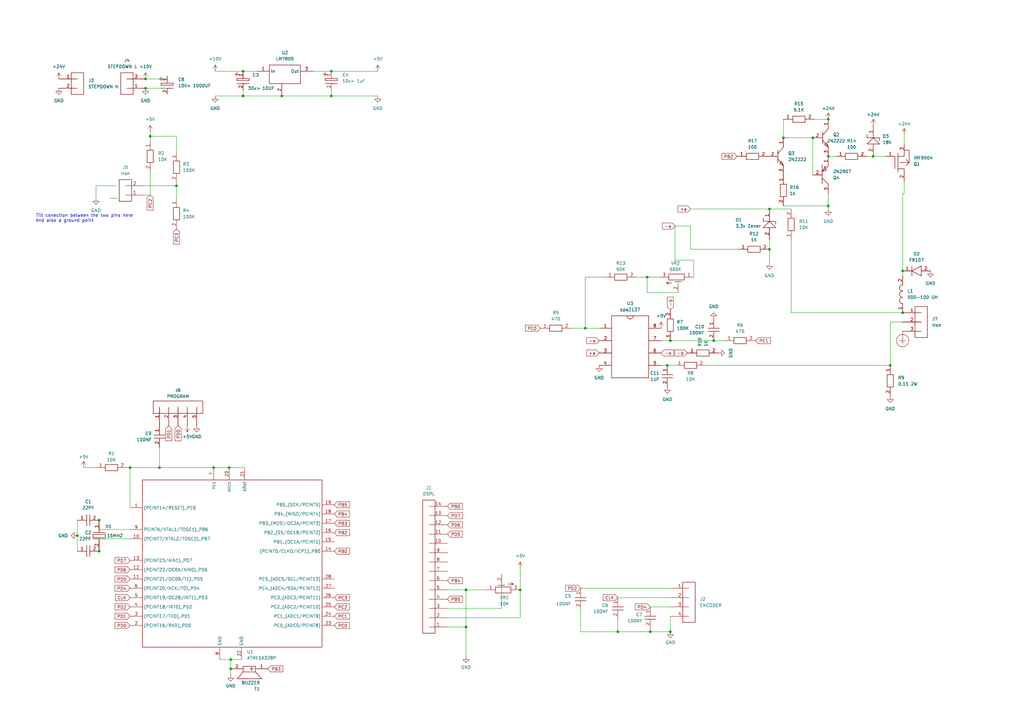
<source format=kicad_sch>
(kicad_sch (version 20230121) (generator eeschema)

  (uuid 1c33f8d5-c6d0-4aaf-9639-b42a5a224b68)

  (paper "A3")

  (title_block
    (title "T12 Soldering Station")
    (date "2024-02-26")
    (rev "0.1")
    (company "Madis Randmäe")
  )

  (lib_symbols
    (symbol "V_Connector:CONN_14" (in_bom yes) (on_board yes)
      (property "Reference" "J" (at -5.08 32.385 0)
        (effects (font (size 1.27 1.27)) (justify left))
      )
      (property "Value" "CONN_14" (at -5.08 29.845 0)
        (effects (font (size 1.27 1.27)) (justify left))
      )
      (property "Footprint" "SIP14" (at 0 0 0)
        (effects (font (size 1.27 1.27)) hide)
      )
      (property "Datasheet" "" (at 0 0 0)
        (effects (font (size 1.27 1.27)) hide)
      )
      (property "ki_locked" "" (at 0 0 0)
        (effects (font (size 1.27 1.27)))
      )
      (property "ki_fp_filters" "SIP14" (at 0 0 0)
        (effects (font (size 1.27 1.27)) hide)
      )
      (symbol "CONN_14_0_0"
        (rectangle (start 0 27.94) (end 5.08 -26.67)
          (stroke (width 0.2032) (type solid))
          (fill (type none))
        )
      )
      (symbol "CONN_14_1_0"
        (pin unspecified line (at -5.08 25.4 0) (length 7.62)
          (name "~" (effects (font (size 1.27 1.27))))
          (number "1" (effects (font (size 1.27 1.27))))
        )
        (pin unspecified line (at -5.08 -8.89 0) (length 7.62)
          (name "~" (effects (font (size 1.27 1.27))))
          (number "10" (effects (font (size 1.27 1.27))))
        )
        (pin unspecified line (at -5.08 -12.7 0) (length 7.62)
          (name "~" (effects (font (size 1.27 1.27))))
          (number "11" (effects (font (size 1.27 1.27))))
        )
        (pin unspecified line (at -5.08 -16.51 0) (length 7.62)
          (name "~" (effects (font (size 1.27 1.27))))
          (number "12" (effects (font (size 1.27 1.27))))
        )
        (pin unspecified line (at -5.08 -20.32 0) (length 7.62)
          (name "~" (effects (font (size 1.27 1.27))))
          (number "13" (effects (font (size 1.27 1.27))))
        )
        (pin unspecified line (at -5.08 -24.13 0) (length 7.62)
          (name "~" (effects (font (size 1.27 1.27))))
          (number "14" (effects (font (size 1.27 1.27))))
        )
        (pin unspecified line (at -5.08 21.59 0) (length 7.62)
          (name "~" (effects (font (size 1.27 1.27))))
          (number "2" (effects (font (size 1.27 1.27))))
        )
        (pin unspecified line (at -5.08 17.78 0) (length 7.62)
          (name "~" (effects (font (size 1.27 1.27))))
          (number "3" (effects (font (size 1.27 1.27))))
        )
        (pin unspecified line (at -5.08 13.97 0) (length 7.62)
          (name "~" (effects (font (size 1.27 1.27))))
          (number "4" (effects (font (size 1.27 1.27))))
        )
        (pin unspecified line (at -5.08 10.16 0) (length 7.62)
          (name "~" (effects (font (size 1.27 1.27))))
          (number "5" (effects (font (size 1.27 1.27))))
        )
        (pin unspecified line (at -5.08 6.35 0) (length 7.62)
          (name "~" (effects (font (size 1.27 1.27))))
          (number "6" (effects (font (size 1.27 1.27))))
        )
        (pin unspecified line (at -5.08 2.54 0) (length 7.62)
          (name "~" (effects (font (size 1.27 1.27))))
          (number "7" (effects (font (size 1.27 1.27))))
        )
        (pin unspecified line (at -5.08 -1.27 0) (length 7.62)
          (name "~" (effects (font (size 1.27 1.27))))
          (number "8" (effects (font (size 1.27 1.27))))
        )
        (pin unspecified line (at -5.08 -5.08 0) (length 7.62)
          (name "~" (effects (font (size 1.27 1.27))))
          (number "9" (effects (font (size 1.27 1.27))))
        )
      )
    )
    (symbol "V_Connector:CONN_2" (in_bom yes) (on_board yes)
      (property "Reference" "J" (at -5.08 9.525 0)
        (effects (font (size 1.27 1.27)) (justify left))
      )
      (property "Value" "CONN_2" (at -5.08 6.985 0)
        (effects (font (size 1.27 1.27)) (justify left))
      )
      (property "Footprint" "SIP2" (at 0 0 0)
        (effects (font (size 1.27 1.27)) hide)
      )
      (property "Datasheet" "" (at 0 0 0)
        (effects (font (size 1.27 1.27)) hide)
      )
      (property "ki_locked" "" (at 0 0 0)
        (effects (font (size 1.27 1.27)))
      )
      (property "ki_fp_filters" "SIP2" (at 0 0 0)
        (effects (font (size 1.27 1.27)) hide)
      )
      (symbol "CONN_2_0_0"
        (rectangle (start 0 5.08) (end 5.08 -3.81)
          (stroke (width 0.2032) (type solid))
          (fill (type none))
        )
      )
      (symbol "CONN_2_1_0"
        (pin unspecified line (at -5.08 2.54 0) (length 7.62)
          (name "~" (effects (font (size 1.27 1.27))))
          (number "1" (effects (font (size 1.27 1.27))))
        )
        (pin unspecified line (at -5.08 -1.27 0) (length 7.62)
          (name "~" (effects (font (size 1.27 1.27))))
          (number "2" (effects (font (size 1.27 1.27))))
        )
      )
    )
    (symbol "V_Connector:CONN_3" (in_bom yes) (on_board yes)
      (property "Reference" "J" (at -5.08 11.43 0)
        (effects (font (size 1.27 1.27)) (justify left))
      )
      (property "Value" "CONN_3" (at -5.08 8.89 0)
        (effects (font (size 1.27 1.27)) (justify left))
      )
      (property "Footprint" "SIP3" (at 0 0 0)
        (effects (font (size 1.27 1.27)) hide)
      )
      (property "Datasheet" "" (at 0 0 0)
        (effects (font (size 1.27 1.27)) hide)
      )
      (property "ki_locked" "" (at 0 0 0)
        (effects (font (size 1.27 1.27)))
      )
      (property "ki_fp_filters" "SIP3" (at 0 0 0)
        (effects (font (size 1.27 1.27)) hide)
      )
      (symbol "CONN_3_0_0"
        (rectangle (start 0 6.35) (end 5.08 -6.35)
          (stroke (width 0.2032) (type solid))
          (fill (type none))
        )
      )
      (symbol "CONN_3_1_0"
        (pin unspecified line (at -5.08 3.81 0) (length 7.62)
          (name "~" (effects (font (size 1.27 1.27))))
          (number "1" (effects (font (size 1.27 1.27))))
        )
        (pin unspecified line (at -5.08 0 0) (length 7.62)
          (name "~" (effects (font (size 1.27 1.27))))
          (number "2" (effects (font (size 1.27 1.27))))
        )
        (pin unspecified line (at -5.08 -3.81 0) (length 7.62)
          (name "~" (effects (font (size 1.27 1.27))))
          (number "3" (effects (font (size 1.27 1.27))))
        )
      )
    )
    (symbol "V_Connector:CONN_4" (in_bom yes) (on_board yes)
      (property "Reference" "J" (at -5.08 13.335 0)
        (effects (font (size 1.27 1.27)) (justify left))
      )
      (property "Value" "CONN_4" (at -5.08 10.795 0)
        (effects (font (size 1.27 1.27)) (justify left))
      )
      (property "Footprint" "SIP4" (at 0 0 0)
        (effects (font (size 1.27 1.27)) hide)
      )
      (property "Datasheet" "" (at 0 0 0)
        (effects (font (size 1.27 1.27)) hide)
      )
      (property "ki_locked" "" (at 0 0 0)
        (effects (font (size 1.27 1.27)))
      )
      (property "ki_fp_filters" "SIP4" (at 0 0 0)
        (effects (font (size 1.27 1.27)) hide)
      )
      (symbol "CONN_4_0_0"
        (rectangle (start 0 8.89) (end 5.08 -7.62)
          (stroke (width 0.2032) (type solid))
          (fill (type none))
        )
      )
      (symbol "CONN_4_1_0"
        (pin unspecified line (at -5.08 6.35 0) (length 7.62)
          (name "~" (effects (font (size 1.27 1.27))))
          (number "1" (effects (font (size 1.27 1.27))))
        )
        (pin unspecified line (at -5.08 2.54 0) (length 7.62)
          (name "~" (effects (font (size 1.27 1.27))))
          (number "2" (effects (font (size 1.27 1.27))))
        )
        (pin unspecified line (at -5.08 -1.27 0) (length 7.62)
          (name "~" (effects (font (size 1.27 1.27))))
          (number "3" (effects (font (size 1.27 1.27))))
        )
        (pin unspecified line (at -5.08 -5.08 0) (length 7.62)
          (name "~" (effects (font (size 1.27 1.27))))
          (number "4" (effects (font (size 1.27 1.27))))
        )
      )
    )
    (symbol "V_Connector:CONN_5" (in_bom yes) (on_board yes)
      (property "Reference" "J" (at -5.08 15.24 0)
        (effects (font (size 1.27 1.27)) (justify left))
      )
      (property "Value" "CONN_5" (at -5.08 12.7 0)
        (effects (font (size 1.27 1.27)) (justify left))
      )
      (property "Footprint" "SIP5" (at 0 0 0)
        (effects (font (size 1.27 1.27)) hide)
      )
      (property "Datasheet" "" (at 0 0 0)
        (effects (font (size 1.27 1.27)) hide)
      )
      (property "ki_locked" "" (at 0 0 0)
        (effects (font (size 1.27 1.27)))
      )
      (property "ki_fp_filters" "SIP5" (at 0 0 0)
        (effects (font (size 1.27 1.27)) hide)
      )
      (symbol "CONN_5_0_0"
        (rectangle (start 0 10.16) (end 5.08 -10.16)
          (stroke (width 0.2032) (type solid))
          (fill (type none))
        )
      )
      (symbol "CONN_5_1_0"
        (pin unspecified line (at -5.08 7.62 0) (length 7.62)
          (name "~" (effects (font (size 1.27 1.27))))
          (number "1" (effects (font (size 1.27 1.27))))
        )
        (pin unspecified line (at -5.08 3.81 0) (length 7.62)
          (name "~" (effects (font (size 1.27 1.27))))
          (number "2" (effects (font (size 1.27 1.27))))
        )
        (pin unspecified line (at -5.08 0 0) (length 7.62)
          (name "~" (effects (font (size 1.27 1.27))))
          (number "3" (effects (font (size 1.27 1.27))))
        )
        (pin unspecified line (at -5.08 -3.81 0) (length 7.62)
          (name "~" (effects (font (size 1.27 1.27))))
          (number "4" (effects (font (size 1.27 1.27))))
        )
        (pin unspecified line (at -5.08 -7.62 0) (length 7.62)
          (name "~" (effects (font (size 1.27 1.27))))
          (number "5" (effects (font (size 1.27 1.27))))
        )
      )
    )
    (symbol "V_Diode:D" (in_bom yes) (on_board yes)
      (property "Reference" "D" (at -1.905 10.795 0)
        (effects (font (size 1.27 1.27)) (justify left))
      )
      (property "Value" "D" (at -1.905 8.255 0)
        (effects (font (size 1.27 1.27)) (justify left))
      )
      (property "Footprint" "DIODE" (at 0 0 0)
        (effects (font (size 1.27 1.27)) hide)
      )
      (property "Datasheet" "" (at 0 0 0)
        (effects (font (size 1.27 1.27)) hide)
      )
      (property "ki_locked" "" (at 0 0 0)
        (effects (font (size 1.27 1.27)))
      )
      (property "ki_fp_filters" "DIODE" (at 0 0 0)
        (effects (font (size 1.27 1.27)) hide)
      )
      (symbol "D_0_0"
        (polyline
          (pts
            (xy -2.032 -1.27)
            (xy 2.032 -1.27)
          )
          (stroke (width 0.2032) (type solid))
          (fill (type none))
        )
        (polyline
          (pts
            (xy -2.032 2.54)
            (xy 2.032 2.54)
          )
          (stroke (width 0.2032) (type solid))
          (fill (type none))
        )
        (polyline
          (pts
            (xy 0 -1.27)
            (xy -2.032 2.54)
          )
          (stroke (width 0.2032) (type solid))
          (fill (type none))
        )
        (polyline
          (pts
            (xy 2.032 2.54)
            (xy 0 -1.27)
          )
          (stroke (width 0.2032) (type solid))
          (fill (type none))
        )
      )
      (symbol "D_1_0"
        (pin unspecified line (at 0 -5.08 90) (length 3.81)
          (name "~" (effects (font (size 1.27 1.27))))
          (number "1" (effects (font (size 1.27 1.27))))
        )
        (pin unspecified line (at 0 6.35 270) (length 3.81)
          (name "~" (effects (font (size 1.27 1.27))))
          (number "2" (effects (font (size 1.27 1.27))))
        )
      )
    )
    (symbol "V_Diode:ZENER" (in_bom yes) (on_board yes)
      (property "Reference" "D" (at -2.54 11.43 0)
        (effects (font (size 1.27 1.27)) (justify left))
      )
      (property "Value" "ZENER" (at -2.54 8.89 0)
        (effects (font (size 1.27 1.27)) (justify left))
      )
      (property "Footprint" "AX2_1" (at 0 0 0)
        (effects (font (size 1.27 1.27)) hide)
      )
      (property "Datasheet" "" (at 0 0 0)
        (effects (font (size 1.27 1.27)) hide)
      )
      (property "ki_locked" "" (at 0 0 0)
        (effects (font (size 1.27 1.27)))
      )
      (property "ki_fp_filters" "AX2_1" (at 0 0 0)
        (effects (font (size 1.27 1.27)) hide)
      )
      (symbol "ZENER_0_0"
        (polyline
          (pts
            (xy -2.54 -1.27)
            (xy 2.54 -1.27)
          )
          (stroke (width 0.2032) (type solid))
          (fill (type none))
        )
        (polyline
          (pts
            (xy -2.54 1.27)
            (xy -2.54 2.54)
          )
          (stroke (width 0.2032) (type solid))
          (fill (type none))
        )
        (polyline
          (pts
            (xy -2.54 1.27)
            (xy 2.54 1.27)
          )
          (stroke (width 0.2032) (type solid))
          (fill (type none))
        )
        (polyline
          (pts
            (xy 0 1.27)
            (xy -2.54 -1.27)
          )
          (stroke (width 0.2032) (type solid))
          (fill (type none))
        )
        (polyline
          (pts
            (xy 2.54 -1.27)
            (xy 0 1.27)
          )
          (stroke (width 0.2032) (type solid))
          (fill (type none))
        )
        (polyline
          (pts
            (xy 2.54 1.27)
            (xy 2.54 0)
          )
          (stroke (width 0.2032) (type solid))
          (fill (type none))
        )
      )
      (symbol "ZENER_1_0"
        (pin unspecified line (at 0 6.35 270) (length 5.08)
          (name "~" (effects (font (size 1.27 1.27))))
          (number "1" (effects (font (size 1.27 1.27))))
        )
        (pin unspecified line (at 0 -6.35 90) (length 5.08)
          (name "~" (effects (font (size 1.27 1.27))))
          (number "2" (effects (font (size 1.27 1.27))))
        )
      )
    )
    (symbol "V_Microcontroller:ATMEGA48/88/168" (in_bom yes) (on_board yes)
      (property "Reference" "U" (at -41.91 44.45 0)
        (effects (font (size 1.27 1.27)) (justify left))
      )
      (property "Value" "ATMEGA48/88/168" (at -41.91 41.91 0)
        (effects (font (size 1.27 1.27)) (justify left))
      )
      (property "Footprint" "DIP28N" (at 0 0 0)
        (effects (font (size 1.27 1.27)) hide)
      )
      (property "Datasheet" "" (at 0 0 0)
        (effects (font (size 1.27 1.27)) hide)
      )
      (property "ki_locked" "" (at 0 0 0)
        (effects (font (size 1.27 1.27)))
      )
      (property "ki_fp_filters" "DIP28N" (at 0 0 0)
        (effects (font (size 1.27 1.27)) hide)
      )
      (symbol "ATMEGA48/88/168_0_0"
        (rectangle (start -36.83 34.29) (end 36.83 -34.29)
          (stroke (width 0.2032) (type solid))
          (fill (type none))
        )
      )
      (symbol "ATMEGA48/88/168_1_0"
        (pin unspecified line (at -41.91 22.86 0) (length 5.08)
          (name "(PCINT14/RESET)_PC6" (effects (font (size 1.27 1.27))))
          (number "1" (effects (font (size 1.27 1.27))))
        )
        (pin unspecified line (at -41.91 10.16 0) (length 5.08)
          (name "(PCINT7/XTAL2/TOSC2)_PB7" (effects (font (size 1.27 1.27))))
          (number "10" (effects (font (size 1.27 1.27))))
        )
        (pin unspecified line (at -41.91 -6.35 0) (length 5.08)
          (name "(PCINT21/OC0B/T1)_PD5" (effects (font (size 1.27 1.27))))
          (number "11" (effects (font (size 1.27 1.27))))
        )
        (pin unspecified line (at -41.91 -2.54 0) (length 5.08)
          (name "(PCINT22/OC0A/AIN0)_PD6" (effects (font (size 1.27 1.27))))
          (number "12" (effects (font (size 1.27 1.27))))
        )
        (pin unspecified line (at -41.91 1.27 0) (length 5.08)
          (name "(PCINT23/AIN1)_PD7" (effects (font (size 1.27 1.27))))
          (number "13" (effects (font (size 1.27 1.27))))
        )
        (pin unspecified line (at 41.91 5.08 180) (length 5.08)
          (name "(PCINT0/CLKO/ICP1)_PB0" (effects (font (size 1.27 1.27))))
          (number "14" (effects (font (size 1.27 1.27))))
        )
        (pin unspecified line (at 41.91 8.89 180) (length 5.08)
          (name "PB1_(OC1A/PCINT1)" (effects (font (size 1.27 1.27))))
          (number "15" (effects (font (size 1.27 1.27))))
        )
        (pin unspecified line (at 41.91 12.7 180) (length 5.08)
          (name "PB2_(SS/OC1B/PCINT2)" (effects (font (size 1.27 1.27))))
          (number "16" (effects (font (size 1.27 1.27))))
        )
        (pin unspecified line (at 41.91 16.51 180) (length 5.08)
          (name "PB3_(MOSI/OC2A/PCINT3)" (effects (font (size 1.27 1.27))))
          (number "17" (effects (font (size 1.27 1.27))))
        )
        (pin unspecified line (at 41.91 20.32 180) (length 5.08)
          (name "PB4_(MISO/PCINT4)" (effects (font (size 1.27 1.27))))
          (number "18" (effects (font (size 1.27 1.27))))
        )
        (pin unspecified line (at 41.91 24.13 180) (length 5.08)
          (name "PB5_(SCK/PCINT5)" (effects (font (size 1.27 1.27))))
          (number "19" (effects (font (size 1.27 1.27))))
        )
        (pin unspecified line (at -41.91 -25.4 0) (length 5.08)
          (name "(PCINT16/RXD)_PD0" (effects (font (size 1.27 1.27))))
          (number "2" (effects (font (size 1.27 1.27))))
        )
        (pin unspecified line (at -1.27 39.37 270) (length 5.08)
          (name "AVcc" (effects (font (size 1.27 1.27))))
          (number "20" (effects (font (size 1.27 1.27))))
        )
        (pin unspecified line (at 5.08 39.37 270) (length 5.08)
          (name "ARef" (effects (font (size 1.27 1.27))))
          (number "21" (effects (font (size 1.27 1.27))))
        )
        (pin unspecified line (at 3.81 -39.37 90) (length 5.08)
          (name "GND" (effects (font (size 1.27 1.27))))
          (number "22" (effects (font (size 1.27 1.27))))
        )
        (pin unspecified line (at 41.91 -25.4 180) (length 5.08)
          (name "PC0_(ADC0/PCINT8)" (effects (font (size 1.27 1.27))))
          (number "23" (effects (font (size 1.27 1.27))))
        )
        (pin unspecified line (at 41.91 -21.59 180) (length 5.08)
          (name "PC1_(ADC1/PCINT9)" (effects (font (size 1.27 1.27))))
          (number "24" (effects (font (size 1.27 1.27))))
        )
        (pin unspecified line (at 41.91 -17.78 180) (length 5.08)
          (name "PC2_(ADC2/PCINT10)" (effects (font (size 1.27 1.27))))
          (number "25" (effects (font (size 1.27 1.27))))
        )
        (pin unspecified line (at 41.91 -13.97 180) (length 5.08)
          (name "PC3_(ADC3/PCINT11)" (effects (font (size 1.27 1.27))))
          (number "26" (effects (font (size 1.27 1.27))))
        )
        (pin unspecified line (at 41.91 -10.16 180) (length 5.08)
          (name "PC4_(ADC4/SDA/PCINT12)" (effects (font (size 1.27 1.27))))
          (number "27" (effects (font (size 1.27 1.27))))
        )
        (pin unspecified line (at 41.91 -6.35 180) (length 5.08)
          (name "PC5_(ADC5/SCL/PCINT13)" (effects (font (size 1.27 1.27))))
          (number "28" (effects (font (size 1.27 1.27))))
        )
        (pin unspecified line (at -41.91 -21.59 0) (length 5.08)
          (name "(PCINT17/TXD)_PD1" (effects (font (size 1.27 1.27))))
          (number "3" (effects (font (size 1.27 1.27))))
        )
        (pin unspecified line (at -41.91 -17.78 0) (length 5.08)
          (name "(PCINT18/INT0)_PD2" (effects (font (size 1.27 1.27))))
          (number "4" (effects (font (size 1.27 1.27))))
        )
        (pin unspecified line (at -41.91 -13.97 0) (length 5.08)
          (name "(PCINT19/OC2B/INT1)_PD3" (effects (font (size 1.27 1.27))))
          (number "5" (effects (font (size 1.27 1.27))))
        )
        (pin unspecified line (at -41.91 -10.16 0) (length 5.08)
          (name "(PCINT20/XCK/T0)_PD4" (effects (font (size 1.27 1.27))))
          (number "6" (effects (font (size 1.27 1.27))))
        )
        (pin unspecified line (at -7.62 39.37 270) (length 5.08)
          (name "Vcc" (effects (font (size 1.27 1.27))))
          (number "7" (effects (font (size 1.27 1.27))))
        )
        (pin unspecified line (at -5.08 -39.37 90) (length 5.08)
          (name "GND" (effects (font (size 1.27 1.27))))
          (number "8" (effects (font (size 1.27 1.27))))
        )
        (pin unspecified line (at -41.91 13.97 0) (length 5.08)
          (name "PCINT6/XTAL1/TOSC1)_PB6" (effects (font (size 1.27 1.27))))
          (number "9" (effects (font (size 1.27 1.27))))
        )
      )
    )
    (symbol "V_Passive:C" (in_bom yes) (on_board yes)
      (property "Reference" "C" (at -2.54 9.525 0)
        (effects (font (size 1.27 1.27)) (justify left))
      )
      (property "Value" "C" (at -2.54 6.985 0)
        (effects (font (size 1.27 1.27)) (justify left))
      )
      (property "Footprint" "package name for PCB layout" (at 0 0 0)
        (effects (font (size 1.27 1.27)) hide)
      )
      (property "Datasheet" "" (at 0 0 0)
        (effects (font (size 1.27 1.27)) hide)
      )
      (property "ki_locked" "" (at 0 0 0)
        (effects (font (size 1.27 1.27)))
      )
      (property "ki_fp_filters" "package" (at 0 0 0)
        (effects (font (size 1.27 1.27)) hide)
      )
      (symbol "C_0_0"
        (polyline
          (pts
            (xy -2.286 0)
            (xy 2.286 0)
          )
          (stroke (width 0.2032) (type solid))
          (fill (type none))
        )
        (polyline
          (pts
            (xy -2.286 1.27)
            (xy 2.286 1.27)
          )
          (stroke (width 0.2032) (type solid))
          (fill (type none))
        )
      )
      (symbol "C_1_0"
        (pin unspecified line (at 0 5.08 270) (length 3.81)
          (name "~" (effects (font (size 1.27 1.27))))
          (number "1" (effects (font (size 1.27 1.27))))
        )
        (pin unspecified line (at 0 -3.81 90) (length 3.81)
          (name "~" (effects (font (size 1.27 1.27))))
          (number "2" (effects (font (size 1.27 1.27))))
        )
      )
    )
    (symbol "V_Passive:C-ELECTRO" (in_bom yes) (on_board yes)
      (property "Reference" "C" (at -3.175 8.89 0)
        (effects (font (size 1.27 1.27)) (justify left))
      )
      (property "Value" "C-ELECTRO" (at -3.175 6.35 0)
        (effects (font (size 1.27 1.27)) (justify left))
      )
      (property "Footprint" "package name for PCB layout" (at 0 0 0)
        (effects (font (size 1.27 1.27)) hide)
      )
      (property "Datasheet" "" (at 0 0 0)
        (effects (font (size 1.27 1.27)) hide)
      )
      (property "ki_locked" "" (at 0 0 0)
        (effects (font (size 1.27 1.27)))
      )
      (property "ki_fp_filters" "package" (at 0 0 0)
        (effects (font (size 1.27 1.27)) hide)
      )
      (symbol "C-ELECTRO_0_0"
        (polyline
          (pts
            (xy -3.81 1.27)
            (xy 1.27 1.27)
          )
          (stroke (width 0.2032) (type solid))
          (fill (type none))
        )
        (polyline
          (pts
            (xy 1.27 -1.778)
            (xy 1.27 -3.3528)
          )
          (stroke (width 0.2032) (type solid))
          (fill (type none))
        )
        (polyline
          (pts
            (xy 2.159 -2.54)
            (xy 0.3302 -2.54)
          )
          (stroke (width 0.2032) (type solid))
          (fill (type none))
        )
        (polyline
          (pts
            (xy 1.27 -0.8128)
            (xy -3.81 -0.8128)
            (xy -3.81 0)
            (xy 1.27 0)
            (xy 1.27 -0.8128)
          )
          (stroke (width 0.2032) (type solid))
          (fill (type none))
        )
      )
      (symbol "C-ELECTRO_1_0"
        (pin unspecified line (at -1.27 -3.81 90) (length 3.048)
          (name "~" (effects (font (size 1.27 1.27))))
          (number "1" (effects (font (size 1.27 1.27))))
        )
        (pin unspecified line (at -1.27 3.81 270) (length 2.54)
          (name "~" (effects (font (size 1.27 1.27))))
          (number "2" (effects (font (size 1.27 1.27))))
        )
      )
    )
    (symbol "V_Passive:CRYSTAL" (in_bom yes) (on_board yes)
      (property "Reference" "X" (at -2.54 11.43 0)
        (effects (font (size 1.27 1.27)) (justify left))
      )
      (property "Value" "CRYSTAL" (at -2.54 8.89 0)
        (effects (font (size 1.27 1.27)) (justify left))
      )
      (property "Footprint" "HC49U" (at 0 0 0)
        (effects (font (size 1.27 1.27)) hide)
      )
      (property "Datasheet" "" (at 0 0 0)
        (effects (font (size 1.27 1.27)) hide)
      )
      (property "ki_locked" "" (at 0 0 0)
        (effects (font (size 1.27 1.27)))
      )
      (property "ki_fp_filters" "HC49U" (at 0 0 0)
        (effects (font (size 1.27 1.27)) hide)
      )
      (symbol "CRYSTAL_0_0"
        (polyline
          (pts
            (xy -2.54 -1.27)
            (xy 2.54 -1.27)
          )
          (stroke (width 0.2032) (type solid))
          (fill (type none))
        )
        (polyline
          (pts
            (xy -2.54 -0.762)
            (xy -2.54 0.508)
          )
          (stroke (width 0.2032) (type solid))
          (fill (type none))
        )
        (polyline
          (pts
            (xy -2.54 0.508)
            (xy 2.54 0.508)
          )
          (stroke (width 0.2032) (type solid))
          (fill (type none))
        )
        (polyline
          (pts
            (xy -2.54 1.27)
            (xy 2.54 1.27)
          )
          (stroke (width 0.2032) (type solid))
          (fill (type none))
        )
        (polyline
          (pts
            (xy 2.54 -0.762)
            (xy -2.54 -0.762)
          )
          (stroke (width 0.2032) (type solid))
          (fill (type none))
        )
        (polyline
          (pts
            (xy 2.54 0.508)
            (xy 2.54 -0.762)
          )
          (stroke (width 0.2032) (type solid))
          (fill (type none))
        )
      )
      (symbol "CRYSTAL_1_0"
        (pin unspecified line (at 0 6.35 270) (length 5.08)
          (name "~" (effects (font (size 1.27 1.27))))
          (number "1" (effects (font (size 1.27 1.27))))
        )
        (pin unspecified line (at 0 -6.35 90) (length 5.08)
          (name "~" (effects (font (size 1.27 1.27))))
          (number "2" (effects (font (size 1.27 1.27))))
        )
      )
    )
    (symbol "V_Passive:GENERIC_DIP8" (in_bom yes) (on_board yes)
      (property "Reference" "U" (at -12.7 17.78 0)
        (effects (font (size 1.27 1.27)) (justify left))
      )
      (property "Value" "GENERIC_DIP8" (at -12.7 15.24 0)
        (effects (font (size 1.27 1.27)) (justify left))
      )
      (property "Footprint" "DIP8" (at 0 0 0)
        (effects (font (size 1.27 1.27)) hide)
      )
      (property "Datasheet" "" (at 0 0 0)
        (effects (font (size 1.27 1.27)) hide)
      )
      (property "ki_locked" "" (at 0 0 0)
        (effects (font (size 1.27 1.27)))
      )
      (property "ki_fp_filters" "DIP8" (at 0 0 0)
        (effects (font (size 1.27 1.27)) hide)
      )
      (symbol "GENERIC_DIP8_0_0"
        (rectangle (start -7.62 12.7) (end 7.62 -12.7)
          (stroke (width 0.2032) (type solid))
          (fill (type none))
        )
        (arc (start -1.27 12.7) (mid -0.898 11.802) (end 0 11.43)
          (stroke (width 0.2032) (type solid))
          (fill (type none))
        )
        (arc (start 0 11.43) (mid 0.898 11.802) (end 1.27 12.7)
          (stroke (width 0.2032) (type solid))
          (fill (type none))
        )
      )
      (symbol "GENERIC_DIP8_1_0"
        (pin unspecified line (at -12.7 7.62 0) (length 5.08)
          (name "~" (effects (font (size 1.27 1.27))))
          (number "1" (effects (font (size 1.27 1.27))))
        )
        (pin unspecified line (at -12.7 2.54 0) (length 5.08)
          (name "~" (effects (font (size 1.27 1.27))))
          (number "2" (effects (font (size 1.27 1.27))))
        )
        (pin unspecified line (at -12.7 -2.54 0) (length 5.08)
          (name "~" (effects (font (size 1.27 1.27))))
          (number "3" (effects (font (size 1.27 1.27))))
        )
        (pin unspecified line (at -12.7 -7.62 0) (length 5.08)
          (name "~" (effects (font (size 1.27 1.27))))
          (number "4" (effects (font (size 1.27 1.27))))
        )
        (pin unspecified line (at 12.7 -7.62 180) (length 5.08)
          (name "~" (effects (font (size 1.27 1.27))))
          (number "5" (effects (font (size 1.27 1.27))))
        )
        (pin unspecified line (at 12.7 -2.54 180) (length 5.08)
          (name "~" (effects (font (size 1.27 1.27))))
          (number "6" (effects (font (size 1.27 1.27))))
        )
        (pin unspecified line (at 12.7 2.54 180) (length 5.08)
          (name "~" (effects (font (size 1.27 1.27))))
          (number "7" (effects (font (size 1.27 1.27))))
        )
        (pin unspecified line (at 12.7 7.62 180) (length 5.08)
          (name "~" (effects (font (size 1.27 1.27))))
          (number "8" (effects (font (size 1.27 1.27))))
        )
      )
    )
    (symbol "V_Passive:L" (in_bom yes) (on_board yes)
      (property "Reference" "L" (at 0 12.7 0)
        (effects (font (size 1.27 1.27)) (justify left))
      )
      (property "Value" "L" (at 0 10.16 0)
        (effects (font (size 1.27 1.27)) (justify left))
      )
      (property "Footprint" "package name for PCB layout" (at 0 0 0)
        (effects (font (size 1.27 1.27)) hide)
      )
      (property "Datasheet" "" (at 0 0 0)
        (effects (font (size 1.27 1.27)) hide)
      )
      (property "ki_locked" "" (at 0 0 0)
        (effects (font (size 1.27 1.27)))
      )
      (property "ki_fp_filters" "package" (at 0 0 0)
        (effects (font (size 1.27 1.27)) hide)
      )
      (symbol "L_0_0"
        (arc (start -1.27 -2.54) (mid -0.898 -3.438) (end 0 -3.81)
          (stroke (width 0.2032) (type solid))
          (fill (type none))
        )
        (arc (start -1.27 0) (mid -0.898 -0.898) (end 0 -1.27)
          (stroke (width 0.2032) (type solid))
          (fill (type none))
        )
        (arc (start -1.27 2.54) (mid -0.898 1.642) (end 0 1.27)
          (stroke (width 0.2032) (type solid))
          (fill (type none))
        )
        (arc (start 0 -1.27) (mid -0.898 -1.642) (end -1.27 -2.54)
          (stroke (width 0.2032) (type solid))
          (fill (type none))
        )
        (arc (start 0 1.27) (mid -0.898 0.898) (end -1.27 0)
          (stroke (width 0.2032) (type solid))
          (fill (type none))
        )
        (arc (start 0 3.81) (mid -0.898 3.438) (end -1.27 2.54)
          (stroke (width 0.2032) (type solid))
          (fill (type none))
        )
      )
      (symbol "L_1_0"
        (pin unspecified line (at 0 -7.62 90) (length 3.81)
          (name "~" (effects (font (size 1.27 1.27))))
          (number "1" (effects (font (size 1.27 1.27))))
        )
        (pin unspecified line (at 0 7.62 270) (length 3.81)
          (name "~" (effects (font (size 1.27 1.27))))
          (number "2" (effects (font (size 1.27 1.27))))
        )
      )
    )
    (symbol "V_Passive:RESISTOR_0.25" (in_bom yes) (on_board yes)
      (property "Reference" "R" (at -1.27 11.43 0)
        (effects (font (size 1.27 1.27)) (justify left))
      )
      (property "Value" "RESISTOR_0.25" (at -1.27 8.89 0)
        (effects (font (size 1.27 1.27)) (justify left))
      )
      (property "Footprint" "AX3_1N" (at 0 0 0)
        (effects (font (size 1.27 1.27)) hide)
      )
      (property "Datasheet" "" (at 0 0 0)
        (effects (font (size 1.27 1.27)) hide)
      )
      (property "ki_locked" "" (at 0 0 0)
        (effects (font (size 1.27 1.27)))
      )
      (property "ki_fp_filters" "AX3_1N" (at 0 0 0)
        (effects (font (size 1.27 1.27)) hide)
      )
      (symbol "RESISTOR_0.25_0_0"
        (rectangle (start -1.27 2.54) (end 1.27 -2.54)
          (stroke (width 0.2032) (type solid))
          (fill (type none))
        )
      )
      (symbol "RESISTOR_0.25_1_0"
        (pin unspecified line (at 0 6.35 270) (length 3.81)
          (name "~" (effects (font (size 1.27 1.27))))
          (number "1" (effects (font (size 1.27 1.27))))
        )
        (pin unspecified line (at 0 -6.35 90) (length 3.81)
          (name "~" (effects (font (size 1.27 1.27))))
          (number "2" (effects (font (size 1.27 1.27))))
        )
      )
    )
    (symbol "V_Passive:RT" (in_bom yes) (on_board yes)
      (property "Reference" "VR" (at -3.81 12.065 0)
        (effects (font (size 1.27 1.27)) (justify left))
      )
      (property "Value" "RT" (at -3.81 9.525 0)
        (effects (font (size 1.27 1.27)) (justify left))
      )
      (property "Footprint" "TRIM6" (at 0 0 0)
        (effects (font (size 1.27 1.27)) hide)
      )
      (property "Datasheet" "" (at 0 0 0)
        (effects (font (size 1.27 1.27)) hide)
      )
      (property "ki_locked" "" (at 0 0 0)
        (effects (font (size 1.27 1.27)))
      )
      (property "ki_fp_filters" "TRIM6" (at 0 0 0)
        (effects (font (size 1.27 1.27)) hide)
      )
      (symbol "RT_0_0"
        (polyline
          (pts
            (xy 0.1524 4.7752)
            (xy 0.7112 4.0132)
          )
          (stroke (width 0.2032) (type solid))
          (fill (type none))
        )
        (polyline
          (pts
            (xy 0.6604 -1.27)
            (xy 0.6604 1.27)
          )
          (stroke (width 0.2032) (type solid))
          (fill (type none))
        )
        (polyline
          (pts
            (xy 0.1524 2.6416)
            (xy 0.1524 4.7752)
            (xy -0.508 3.9116)
          )
          (stroke (width 0.2032) (type solid))
          (fill (type none))
        )
        (rectangle (start 1.3716 3.81) (end 3.81 -2.54)
          (stroke (width 0.2032) (type solid))
          (fill (type none))
        )
      )
      (symbol "RT_1_0"
        (pin unspecified line (at 2.54 -6.35 90) (length 3.81)
          (name "~" (effects (font (size 1.27 1.27))))
          (number "1" (effects (font (size 1.27 1.27))))
        )
        (pin unspecified line (at -3.81 0 0) (length 3.81)
          (name "~" (effects (font (size 1.27 1.27))))
          (number "2" (effects (font (size 1.27 1.27))))
        )
        (pin unspecified line (at 2.54 7.62 270) (length 3.81)
          (name "~" (effects (font (size 1.27 1.27))))
          (number "3" (effects (font (size 1.27 1.27))))
        )
      )
    )
    (symbol "V_Passive:SPEAKER" (in_bom yes) (on_board yes)
      (property "Reference" "T" (at -2.54 12.7 0)
        (effects (font (size 1.27 1.27)) (justify left))
      )
      (property "Value" "SPEAKER" (at -2.54 10.16 0)
        (effects (font (size 1.27 1.27)) (justify left))
      )
      (property "Footprint" "package name for PCB layout" (at 0 0 0)
        (effects (font (size 1.27 1.27)) hide)
      )
      (property "Datasheet" "" (at 0 0 0)
        (effects (font (size 1.27 1.27)) hide)
      )
      (property "ki_locked" "" (at 0 0 0)
        (effects (font (size 1.27 1.27)))
      )
      (property "ki_fp_filters" "package" (at 0 0 0)
        (effects (font (size 1.27 1.27)) hide)
      )
      (symbol "SPEAKER_0_0"
        (polyline
          (pts
            (xy -2.286 -2.54)
            (xy -2.286 2.54)
          )
          (stroke (width 0.2032) (type solid))
          (fill (type none))
        )
        (polyline
          (pts
            (xy -2.286 2.54)
            (xy 0 2.54)
          )
          (stroke (width 0.2032) (type solid))
          (fill (type none))
        )
        (polyline
          (pts
            (xy -2.032 1.016)
            (xy -0.508 1.016)
          )
          (stroke (width 0.2032) (type solid))
          (fill (type none))
        )
        (polyline
          (pts
            (xy -1.27 1.778)
            (xy -1.27 0.254)
          )
          (stroke (width 0.2032) (type solid))
          (fill (type none))
        )
        (polyline
          (pts
            (xy 0 -2.54)
            (xy -2.286 -2.54)
          )
          (stroke (width 0.2032) (type solid))
          (fill (type none))
        )
        (polyline
          (pts
            (xy 0 2.54)
            (xy 0 -2.54)
          )
          (stroke (width 0.2032) (type solid))
          (fill (type none))
        )
        (polyline
          (pts
            (xy 0 2.54)
            (xy 0 2.54)
          )
          (stroke (width 0.2032) (type solid))
          (fill (type none))
        )
        (polyline
          (pts
            (xy 0 2.54)
            (xy 2.794 5.08)
          )
          (stroke (width 0.2032) (type solid))
          (fill (type none))
        )
        (polyline
          (pts
            (xy 2.794 -4.826)
            (xy 0 -2.54)
          )
          (stroke (width 0.2032) (type solid))
          (fill (type none))
        )
        (polyline
          (pts
            (xy 2.794 5.08)
            (xy 2.794 -5.08)
          )
          (stroke (width 0.2032) (type solid))
          (fill (type none))
        )
      )
      (symbol "SPEAKER_1_0"
        (pin unspecified line (at -1.27 7.62 270) (length 5.08)
          (name "~" (effects (font (size 1.27 1.27))))
          (number "1" (effects (font (size 1.27 1.27))))
        )
        (pin unspecified line (at -1.27 -7.62 90) (length 5.08)
          (name "~" (effects (font (size 1.27 1.27))))
          (number "2" (effects (font (size 1.27 1.27))))
        )
      )
    )
    (symbol "V_Regulator:LM78XX" (in_bom yes) (on_board yes)
      (property "Reference" "U" (at -11.43 11.43 0)
        (effects (font (size 1.27 1.27)) (justify left))
      )
      (property "Value" "LM78XX" (at -11.43 8.89 0)
        (effects (font (size 1.27 1.27)) (justify left))
      )
      (property "Footprint" "TO220" (at 0 0 0)
        (effects (font (size 1.27 1.27)) hide)
      )
      (property "Datasheet" "" (at 0 0 0)
        (effects (font (size 1.27 1.27)) hide)
      )
      (property "ki_locked" "" (at 0 0 0)
        (effects (font (size 1.27 1.27)))
      )
      (property "ki_fp_filters" "TO220" (at 0 0 0)
        (effects (font (size 1.27 1.27)) hide)
      )
      (symbol "LM78XX_0_0"
        (rectangle (start -6.35 6.35) (end 6.35 -1.27)
          (stroke (width 0.2032) (type solid))
          (fill (type none))
        )
      )
      (symbol "LM78XX_1_0"
        (pin unspecified line (at -11.43 3.81 0) (length 5.08)
          (name "In" (effects (font (size 1.27 1.27))))
          (number "1" (effects (font (size 1.27 1.27))))
        )
        (pin unspecified line (at -1.27 -6.35 90) (length 5.08)
          (name "~" (effects (font (size 1.27 1.27))))
          (number "2" (effects (font (size 1.27 1.27))))
        )
        (pin unspecified line (at 11.43 3.81 180) (length 5.08)
          (name "Out" (effects (font (size 1.27 1.27))))
          (number "3" (effects (font (size 1.27 1.27))))
        )
      )
    )
    (symbol "V_Transistor:2N2222" (in_bom yes) (on_board yes)
      (property "Reference" "Q" (at -7.62 8.255 0)
        (effects (font (size 1.27 1.27)) (justify left))
      )
      (property "Value" "2N2222" (at -7.62 5.715 0)
        (effects (font (size 1.27 1.27)) (justify left))
      )
      (property "Footprint" "TO92" (at 0 0 0)
        (effects (font (size 1.27 1.27)) hide)
      )
      (property "Datasheet" "" (at 0 0 0)
        (effects (font (size 1.27 1.27)) hide)
      )
      (property "ki_locked" "" (at 0 0 0)
        (effects (font (size 1.27 1.27)))
      )
      (property "ki_fp_filters" "TO92" (at 0 0 0)
        (effects (font (size 1.27 1.27)) hide)
      )
      (symbol "2N2222_0_0"
        (polyline
          (pts
            (xy -2.54 1.524)
            (xy 2.54 1.524)
          )
          (stroke (width 0.2032) (type solid))
          (fill (type none))
        )
        (polyline
          (pts
            (xy -1.1176 1.524)
            (xy -3.81 3.81)
          )
          (stroke (width 0.2032) (type solid))
          (fill (type none))
        )
        (polyline
          (pts
            (xy 1.016 1.524)
            (xy 3.81 3.81)
          )
          (stroke (width 0.2032) (type solid))
          (fill (type none))
        )
        (polyline
          (pts
            (xy 2.032 2.794)
            (xy 3.048 2.286)
          )
          (stroke (width 0.2032) (type solid))
          (fill (type none))
        )
        (polyline
          (pts
            (xy 2.032 3.048)
            (xy 3.81 3.81)
          )
          (stroke (width 0.2032) (type solid))
          (fill (type none))
        )
        (polyline
          (pts
            (xy 3.048 2.54)
            (xy 3.81 3.81)
          )
          (stroke (width 0.2032) (type solid))
          (fill (type none))
        )
      )
      (symbol "2N2222_1_0"
        (pin unspecified line (at -7.62 3.81 0) (length 3.81)
          (name "~" (effects (font (size 1.27 1.27))))
          (number "1" (effects (font (size 1.27 1.27))))
        )
        (pin unspecified line (at 0 -2.54 90) (length 3.81)
          (name "~" (effects (font (size 1.27 1.27))))
          (number "2" (effects (font (size 1.27 1.27))))
        )
        (pin unspecified line (at 7.62 3.81 180) (length 3.81)
          (name "~" (effects (font (size 1.27 1.27))))
          (number "3" (effects (font (size 1.27 1.27))))
        )
      )
    )
    (symbol "V_Transistor:BC307/BC308/BC309" (in_bom yes) (on_board yes)
      (property "Reference" "Q" (at -7.62 8.255 0)
        (effects (font (size 1.27 1.27)) (justify left))
      )
      (property "Value" "BC307/BC308/BC309" (at -7.62 5.715 0)
        (effects (font (size 1.27 1.27)) (justify left))
      )
      (property "Footprint" "TO92" (at 0 0 0)
        (effects (font (size 1.27 1.27)) hide)
      )
      (property "Datasheet" "" (at 0 0 0)
        (effects (font (size 1.27 1.27)) hide)
      )
      (property "ki_locked" "" (at 0 0 0)
        (effects (font (size 1.27 1.27)))
      )
      (property "ki_fp_filters" "TO92" (at 0 0 0)
        (effects (font (size 1.27 1.27)) hide)
      )
      (symbol "BC307/BC308/BC309_0_0"
        (polyline
          (pts
            (xy -3.556 1.27)
            (xy 4.064 1.27)
          )
          (stroke (width 0.2032) (type solid))
          (fill (type none))
        )
        (polyline
          (pts
            (xy -1.27 1.27)
            (xy -3.81 3.81)
          )
          (stroke (width 0.2032) (type solid))
          (fill (type none))
        )
        (polyline
          (pts
            (xy 1.27 1.27)
            (xy 3.81 3.81)
          )
          (stroke (width 0.2032) (type solid))
          (fill (type none))
        )
        (polyline
          (pts
            (xy 1.778 3.048)
            (xy 1.524 1.27)
          )
          (stroke (width 0.2032) (type solid))
          (fill (type none))
        )
        (polyline
          (pts
            (xy 1.778 3.048)
            (xy 3.556 2.286)
          )
          (stroke (width 0.2032) (type solid))
          (fill (type none))
        )
        (polyline
          (pts
            (xy 3.556 2.54)
            (xy 1.27 1.27)
          )
          (stroke (width 0.2032) (type solid))
          (fill (type none))
        )
      )
      (symbol "BC307/BC308/BC309_1_0"
        (pin unspecified line (at 7.62 3.81 180) (length 3.81)
          (name "~" (effects (font (size 1.27 1.27))))
          (number "1" (effects (font (size 1.27 1.27))))
        )
        (pin unspecified line (at 0 -2.54 90) (length 3.81)
          (name "~" (effects (font (size 1.27 1.27))))
          (number "2" (effects (font (size 1.27 1.27))))
        )
        (pin unspecified line (at -7.62 3.81 0) (length 3.81)
          (name "~" (effects (font (size 1.27 1.27))))
          (number "3" (effects (font (size 1.27 1.27))))
        )
      )
    )
    (symbol "V_Transistor:MTP2955" (in_bom yes) (on_board yes)
      (property "Reference" "Q" (at -5.08 12.7 0)
        (effects (font (size 1.27 1.27)) (justify left))
      )
      (property "Value" "MTP2955" (at -5.08 10.16 0)
        (effects (font (size 1.27 1.27)) (justify left))
      )
      (property "Footprint" "TO220" (at 0 0 0)
        (effects (font (size 1.27 1.27)) hide)
      )
      (property "Datasheet" "" (at 0 0 0)
        (effects (font (size 1.27 1.27)) hide)
      )
      (property "ki_locked" "" (at 0 0 0)
        (effects (font (size 1.27 1.27)))
      )
      (property "ki_fp_filters" "TO220" (at 0 0 0)
        (effects (font (size 1.27 1.27)) hide)
      )
      (symbol "MTP2955_0_0"
        (polyline
          (pts
            (xy -1.27 2.54)
            (xy -1.27 -2.54)
          )
          (stroke (width 0.2032) (type solid))
          (fill (type none))
        )
        (polyline
          (pts
            (xy 0 3.81)
            (xy 0 -3.81)
          )
          (stroke (width 0.2032) (type solid))
          (fill (type none))
        )
        (polyline
          (pts
            (xy 3.302 -1.27)
            (xy 4.572 0)
          )
          (stroke (width 0.2032) (type solid))
          (fill (type none))
        )
        (polyline
          (pts
            (xy 3.302 1.27)
            (xy 4.572 0)
          )
          (stroke (width 0.2032) (type solid))
          (fill (type none))
        )
        (polyline
          (pts
            (xy 0 2.54)
            (xy 2.54 2.54)
            (xy 2.54 3.81)
          )
          (stroke (width 0.2032) (type solid))
          (fill (type none))
        )
        (polyline
          (pts
            (xy 2.54 -3.81)
            (xy 2.54 -2.54)
            (xy 0 -2.54)
          )
          (stroke (width 0.2032) (type solid))
          (fill (type none))
        )
        (polyline
          (pts
            (xy 0.762 0)
            (xy 4.572 0)
            (xy 4.572 -5.08)
            (xy 2.667 -5.08)
          )
          (stroke (width 0.2032) (type solid))
          (fill (type none))
        )
      )
      (symbol "MTP2955_1_0"
        (pin unspecified line (at -5.08 -2.54 0) (length 3.81)
          (name "~" (effects (font (size 1.27 1.27))))
          (number "1" (effects (font (size 1.27 1.27))))
        )
        (pin unspecified line (at 2.54 7.62 270) (length 3.81)
          (name "~" (effects (font (size 1.27 1.27))))
          (number "2" (effects (font (size 1.27 1.27))))
        )
        (pin unspecified line (at 2.54 -7.62 90) (length 3.81)
          (name "~" (effects (font (size 1.27 1.27))))
          (number "3" (effects (font (size 1.27 1.27))))
        )
      )
    )
    (symbol "power:+10V" (power) (pin_names (offset 0)) (in_bom yes) (on_board yes)
      (property "Reference" "#PWR" (at 0 -3.81 0)
        (effects (font (size 1.27 1.27)) hide)
      )
      (property "Value" "+10V" (at 0 3.556 0)
        (effects (font (size 1.27 1.27)))
      )
      (property "Footprint" "" (at 0 0 0)
        (effects (font (size 1.27 1.27)) hide)
      )
      (property "Datasheet" "" (at 0 0 0)
        (effects (font (size 1.27 1.27)) hide)
      )
      (property "ki_keywords" "global power" (at 0 0 0)
        (effects (font (size 1.27 1.27)) hide)
      )
      (property "ki_description" "Power symbol creates a global label with name \"+10V\"" (at 0 0 0)
        (effects (font (size 1.27 1.27)) hide)
      )
      (symbol "+10V_0_1"
        (polyline
          (pts
            (xy -0.762 1.27)
            (xy 0 2.54)
          )
          (stroke (width 0) (type default))
          (fill (type none))
        )
        (polyline
          (pts
            (xy 0 0)
            (xy 0 2.54)
          )
          (stroke (width 0) (type default))
          (fill (type none))
        )
        (polyline
          (pts
            (xy 0 2.54)
            (xy 0.762 1.27)
          )
          (stroke (width 0) (type default))
          (fill (type none))
        )
      )
      (symbol "+10V_1_1"
        (pin power_in line (at 0 0 90) (length 0) hide
          (name "+10V" (effects (font (size 1.27 1.27))))
          (number "1" (effects (font (size 1.27 1.27))))
        )
      )
    )
    (symbol "power:+24V" (power) (pin_names (offset 0)) (in_bom yes) (on_board yes)
      (property "Reference" "#PWR" (at 0 -3.81 0)
        (effects (font (size 1.27 1.27)) hide)
      )
      (property "Value" "+24V" (at 0 3.556 0)
        (effects (font (size 1.27 1.27)))
      )
      (property "Footprint" "" (at 0 0 0)
        (effects (font (size 1.27 1.27)) hide)
      )
      (property "Datasheet" "" (at 0 0 0)
        (effects (font (size 1.27 1.27)) hide)
      )
      (property "ki_keywords" "global power" (at 0 0 0)
        (effects (font (size 1.27 1.27)) hide)
      )
      (property "ki_description" "Power symbol creates a global label with name \"+24V\"" (at 0 0 0)
        (effects (font (size 1.27 1.27)) hide)
      )
      (symbol "+24V_0_1"
        (polyline
          (pts
            (xy -0.762 1.27)
            (xy 0 2.54)
          )
          (stroke (width 0) (type default))
          (fill (type none))
        )
        (polyline
          (pts
            (xy 0 0)
            (xy 0 2.54)
          )
          (stroke (width 0) (type default))
          (fill (type none))
        )
        (polyline
          (pts
            (xy 0 2.54)
            (xy 0.762 1.27)
          )
          (stroke (width 0) (type default))
          (fill (type none))
        )
      )
      (symbol "+24V_1_1"
        (pin power_in line (at 0 0 90) (length 0) hide
          (name "+24V" (effects (font (size 1.27 1.27))))
          (number "1" (effects (font (size 1.27 1.27))))
        )
      )
    )
    (symbol "power:+5V" (power) (pin_names (offset 0)) (in_bom yes) (on_board yes)
      (property "Reference" "#PWR" (at 0 -3.81 0)
        (effects (font (size 1.27 1.27)) hide)
      )
      (property "Value" "+5V" (at 0 3.556 0)
        (effects (font (size 1.27 1.27)))
      )
      (property "Footprint" "" (at 0 0 0)
        (effects (font (size 1.27 1.27)) hide)
      )
      (property "Datasheet" "" (at 0 0 0)
        (effects (font (size 1.27 1.27)) hide)
      )
      (property "ki_keywords" "global power" (at 0 0 0)
        (effects (font (size 1.27 1.27)) hide)
      )
      (property "ki_description" "Power symbol creates a global label with name \"+5V\"" (at 0 0 0)
        (effects (font (size 1.27 1.27)) hide)
      )
      (symbol "+5V_0_1"
        (polyline
          (pts
            (xy -0.762 1.27)
            (xy 0 2.54)
          )
          (stroke (width 0) (type default))
          (fill (type none))
        )
        (polyline
          (pts
            (xy 0 0)
            (xy 0 2.54)
          )
          (stroke (width 0) (type default))
          (fill (type none))
        )
        (polyline
          (pts
            (xy 0 2.54)
            (xy 0.762 1.27)
          )
          (stroke (width 0) (type default))
          (fill (type none))
        )
      )
      (symbol "+5V_1_1"
        (pin power_in line (at 0 0 90) (length 0) hide
          (name "+5V" (effects (font (size 1.27 1.27))))
          (number "1" (effects (font (size 1.27 1.27))))
        )
      )
    )
    (symbol "power:Earth_Protective" (power) (pin_names (offset 0)) (in_bom yes) (on_board yes)
      (property "Reference" "#PWR" (at 6.35 -6.35 0)
        (effects (font (size 1.27 1.27)) hide)
      )
      (property "Value" "Earth_Protective" (at 11.43 -3.81 0)
        (effects (font (size 1.27 1.27)) hide)
      )
      (property "Footprint" "" (at 0 -2.54 0)
        (effects (font (size 1.27 1.27)) hide)
      )
      (property "Datasheet" "~" (at 0 -2.54 0)
        (effects (font (size 1.27 1.27)) hide)
      )
      (property "ki_keywords" "global ground gnd clean" (at 0 0 0)
        (effects (font (size 1.27 1.27)) hide)
      )
      (property "ki_description" "Power symbol creates a global label with name \"Earth_Protective\"" (at 0 0 0)
        (effects (font (size 1.27 1.27)) hide)
      )
      (symbol "Earth_Protective_0_1"
        (circle (center 0 -3.81) (radius 2.54)
          (stroke (width 0) (type default))
          (fill (type none))
        )
        (polyline
          (pts
            (xy -0.635 -4.445)
            (xy 0.635 -4.445)
          )
          (stroke (width 0) (type default))
          (fill (type none))
        )
        (polyline
          (pts
            (xy -0.127 -5.08)
            (xy 0.127 -5.08)
          )
          (stroke (width 0) (type default))
          (fill (type none))
        )
        (polyline
          (pts
            (xy 0 -3.81)
            (xy 0 0)
          )
          (stroke (width 0) (type default))
          (fill (type none))
        )
        (polyline
          (pts
            (xy 1.27 -3.81)
            (xy -1.27 -3.81)
          )
          (stroke (width 0) (type default))
          (fill (type none))
        )
      )
      (symbol "Earth_Protective_1_1"
        (pin power_in line (at 0 0 270) (length 0) hide
          (name "Earth_Protective" (effects (font (size 1.27 1.27))))
          (number "1" (effects (font (size 1.27 1.27))))
        )
      )
    )
    (symbol "power:GND" (power) (pin_names (offset 0)) (in_bom yes) (on_board yes)
      (property "Reference" "#PWR" (at 0 -6.35 0)
        (effects (font (size 1.27 1.27)) hide)
      )
      (property "Value" "GND" (at 0 -3.81 0)
        (effects (font (size 1.27 1.27)))
      )
      (property "Footprint" "" (at 0 0 0)
        (effects (font (size 1.27 1.27)) hide)
      )
      (property "Datasheet" "" (at 0 0 0)
        (effects (font (size 1.27 1.27)) hide)
      )
      (property "ki_keywords" "global power" (at 0 0 0)
        (effects (font (size 1.27 1.27)) hide)
      )
      (property "ki_description" "Power symbol creates a global label with name \"GND\" , ground" (at 0 0 0)
        (effects (font (size 1.27 1.27)) hide)
      )
      (symbol "GND_0_1"
        (polyline
          (pts
            (xy 0 0)
            (xy 0 -1.27)
            (xy 1.27 -1.27)
            (xy 0 -2.54)
            (xy -1.27 -1.27)
            (xy 0 -1.27)
          )
          (stroke (width 0) (type default))
          (fill (type none))
        )
      )
      (symbol "GND_1_1"
        (pin power_in line (at 0 0 270) (length 0) hide
          (name "GND" (effects (font (size 1.27 1.27))))
          (number "1" (effects (font (size 1.27 1.27))))
        )
      )
    )
  )

  (junction (at 87.63 191.77) (diameter 0) (color 0 0 0 0)
    (uuid 00a23f6b-94fb-41b8-8b51-8a31cd391958)
  )
  (junction (at 59.69 32.385) (diameter 0) (color 0 0 0 0)
    (uuid 05a7a920-8cea-4f42-b42b-4c2949c615d9)
  )
  (junction (at 370.205 128.27) (diameter 0) (color 0 0 0 0)
    (uuid 10483d91-1fa6-4230-a801-fbdc4964eb8e)
  )
  (junction (at 265.43 113.665) (diameter 0) (color 0 0 0 0)
    (uuid 113994ea-49b9-404f-bc9a-c491cf8654a4)
  )
  (junction (at 61.595 55.88) (diameter 0) (color 0 0 0 0)
    (uuid 1c187cd9-4403-4bc7-9ba4-b4cc317f5ae5)
  )
  (junction (at 135.89 39.37) (diameter 0) (color 0 0 0 0)
    (uuid 2a502c0b-9fea-43ca-865d-e163094e4a4f)
  )
  (junction (at 339.725 48.895) (diameter 0) (color 0 0 0 0)
    (uuid 2ea8f798-dcba-437d-9daf-af4ca6721c0d)
  )
  (junction (at 339.725 84.455) (diameter 0) (color 0 0 0 0)
    (uuid 35e49f87-e9a3-49dd-9987-f5a6d4bde279)
  )
  (junction (at 115.57 39.37) (diameter 0) (color 0 0 0 0)
    (uuid 37bc3fec-a8aa-48f5-99bf-093572a4f9b4)
  )
  (junction (at 94.615 274.32) (diameter 0) (color 0 0 0 0)
    (uuid 3f649321-c6f3-4b73-8393-6727a632f0a8)
  )
  (junction (at 40.64 226.06) (diameter 0) (color 0 0 0 0)
    (uuid 43f6d3f4-7adb-4792-beac-f3916add7e41)
  )
  (junction (at 266.7 259.08) (diameter 0) (color 0 0 0 0)
    (uuid 4b083665-2c64-4f3e-b724-2b01f6efac07)
  )
  (junction (at 40.64 213.36) (diameter 0) (color 0 0 0 0)
    (uuid 5602b2fc-f762-4419-8f9e-a0de2d7d3b27)
  )
  (junction (at 213.36 241.935) (diameter 0) (color 0 0 0 0)
    (uuid 5e6d3bdd-5e3f-46e4-bf15-558389b94184)
  )
  (junction (at 191.135 257.175) (diameter 0) (color 0 0 0 0)
    (uuid 63429614-ada3-4606-8b7f-d20b66337e28)
  )
  (junction (at 370.205 111.125) (diameter 0) (color 0 0 0 0)
    (uuid 63c64271-a4b5-4589-affb-6c4f1d99bf39)
  )
  (junction (at 274.955 139.7) (diameter 0) (color 0 0 0 0)
    (uuid 673f4d5a-d995-4409-b359-d352e0d6bc2e)
  )
  (junction (at 53.34 191.77) (diameter 0) (color 0 0 0 0)
    (uuid 67cbf3b3-cc0a-48cf-b57c-ac7accb0e200)
  )
  (junction (at 59.69 36.195) (diameter 0) (color 0 0 0 0)
    (uuid 6b9e02b9-1023-437c-a1ca-dcceb0e86a36)
  )
  (junction (at 315.595 85.725) (diameter 0) (color 0 0 0 0)
    (uuid 79f29e4e-21fb-469e-9270-9156ffb610cb)
  )
  (junction (at 253.365 259.08) (diameter 0) (color 0 0 0 0)
    (uuid 847df997-09da-4f09-96dc-a81ea16146c0)
  )
  (junction (at 273.685 149.86) (diameter 0) (color 0 0 0 0)
    (uuid 852ac06c-552a-453b-9e36-acef3bb161e2)
  )
  (junction (at 65.405 191.77) (diameter 0) (color 0 0 0 0)
    (uuid 8a017147-a4a7-4fd8-995a-8c763de91cc4)
  )
  (junction (at 31.75 219.71) (diameter 0) (color 0 0 0 0)
    (uuid 8c3c32ac-7bdf-4187-bcf1-9ad520ec381b)
  )
  (junction (at 333.375 56.515) (diameter 0) (color 0 0 0 0)
    (uuid 8dba4ca2-3313-496b-a75a-1820198921e7)
  )
  (junction (at 358.14 64.135) (diameter 0) (color 0 0 0 0)
    (uuid 8dd39acc-f63e-466b-8e92-53e639ca88ab)
  )
  (junction (at 339.725 64.135) (diameter 0) (color 0 0 0 0)
    (uuid 95043965-078e-4d0d-819a-aa6ab1943bd6)
  )
  (junction (at 72.39 76.2) (diameter 0) (color 0 0 0 0)
    (uuid a0caffd2-288e-49f1-b511-97b01b3522b9)
  )
  (junction (at 315.595 102.235) (diameter 0) (color 0 0 0 0)
    (uuid a1ab9305-62d6-4899-a22b-d49ac1abcca2)
  )
  (junction (at 99.695 39.37) (diameter 0) (color 0 0 0 0)
    (uuid a885b8d7-a058-440e-9984-27844984e991)
  )
  (junction (at 191.135 241.935) (diameter 0) (color 0 0 0 0)
    (uuid a976e9ae-a00c-4a88-8fa3-7ede7b4271e0)
  )
  (junction (at 94.615 270.51) (diameter 0) (color 0 0 0 0)
    (uuid ad3debf4-4519-4e02-900b-bd0c339f90b2)
  )
  (junction (at 292.735 139.7) (diameter 0) (color 0 0 0 0)
    (uuid b0cc90ef-1bff-4493-a59c-334a71911ecd)
  )
  (junction (at 99.695 29.21) (diameter 0) (color 0 0 0 0)
    (uuid b235624e-9f62-4a8b-a8d3-bf7f6f0ea0ee)
  )
  (junction (at 135.89 29.21) (diameter 0) (color 0 0 0 0)
    (uuid ba83d655-9024-4422-8357-97a343a69e6f)
  )
  (junction (at 321.31 56.515) (diameter 0) (color 0 0 0 0)
    (uuid c714a574-4ea4-4d90-aa56-6b5c631d8d13)
  )
  (junction (at 365.125 149.86) (diameter 0) (color 0 0 0 0)
    (uuid da0e0d66-eb9b-4d94-99cf-42aa2dfdf4a9)
  )
  (junction (at 240.03 134.62) (diameter 0) (color 0 0 0 0)
    (uuid daf1a489-40ed-46b2-98b4-ec3d0116a753)
  )
  (junction (at 274.955 259.08) (diameter 0) (color 0 0 0 0)
    (uuid dfca887f-d961-4849-ba5d-0208d3ed09be)
  )
  (junction (at 93.98 191.77) (diameter 0) (color 0 0 0 0)
    (uuid fd0f57dc-d60f-4b0c-8adb-13cec7bda7a4)
  )

  (wire (pts (xy 265.43 113.665) (xy 270.51 113.665))
    (stroke (width 0) (type default))
    (uuid 0226c9f3-3af4-4f4b-a272-826ceda4105d)
  )
  (wire (pts (xy 61.595 55.88) (xy 61.595 57.785))
    (stroke (width 0) (type default))
    (uuid 0700f797-bbda-4451-bd1f-e67862a01feb)
  )
  (wire (pts (xy 99.695 36.83) (xy 99.695 39.37))
    (stroke (width 0) (type default))
    (uuid 07719fe0-c93c-449d-ae03-970e9f1c4dba)
  )
  (wire (pts (xy 315.595 98.425) (xy 315.595 102.235))
    (stroke (width 0) (type default))
    (uuid 08dd8125-cbfe-46bd-9efe-06eedcf7279c)
  )
  (wire (pts (xy 65.405 183.515) (xy 65.405 191.77))
    (stroke (width 0) (type default))
    (uuid 0963d15a-3df8-4be4-ae7f-c51254ea93a9)
  )
  (wire (pts (xy 365.125 132.08) (xy 370.205 132.08))
    (stroke (width 0) (type default))
    (uuid 0a8e69f1-e9ad-425b-a02b-c0eb0ce382a0)
  )
  (wire (pts (xy 40.64 220.98) (xy 53.34 220.98))
    (stroke (width 0) (type default))
    (uuid 0fd0aac6-a697-4512-9a58-0471c54760ed)
  )
  (wire (pts (xy 183.515 257.175) (xy 191.135 257.175))
    (stroke (width 0) (type default))
    (uuid 122637a7-1f4c-45dc-b43b-10feb9076097)
  )
  (wire (pts (xy 72.39 76.2) (xy 72.39 81.28))
    (stroke (width 0) (type default))
    (uuid 143613c2-9933-4d4f-ade6-8d3f305e5e29)
  )
  (wire (pts (xy 266.7 248.92) (xy 274.955 248.92))
    (stroke (width 0) (type default))
    (uuid 14d4456c-657f-4cff-acbe-e45f76035720)
  )
  (wire (pts (xy 31.75 213.36) (xy 31.75 219.71))
    (stroke (width 0) (type default))
    (uuid 17b1c677-f4c2-451b-8f3a-69d54441ba32)
  )
  (wire (pts (xy 266.7 259.08) (xy 274.955 259.08))
    (stroke (width 0) (type default))
    (uuid 19c59dea-08d8-489c-bfb7-8438e42090c1)
  )
  (wire (pts (xy 53.34 191.77) (xy 65.405 191.77))
    (stroke (width 0) (type default))
    (uuid 1b58c3d7-0ac3-4192-8431-95a8ad1a2c89)
  )
  (wire (pts (xy 324.485 128.27) (xy 370.205 128.27))
    (stroke (width 0) (type default))
    (uuid 1c667649-962d-474a-9a1a-bd5b03b0fa77)
  )
  (wire (pts (xy 40.64 217.17) (xy 53.34 217.17))
    (stroke (width 0) (type default))
    (uuid 1d3f4f18-7284-484a-9433-460ddfd37f63)
  )
  (wire (pts (xy 68.58 32.385) (xy 68.58 31.115))
    (stroke (width 0) (type default))
    (uuid 1dc383c5-f7c7-48d4-a71f-3c972c1e60c6)
  )
  (wire (pts (xy 266.7 259.08) (xy 253.365 259.08))
    (stroke (width 0) (type default))
    (uuid 1df38343-b3fb-47fc-b166-81fb1d890227)
  )
  (wire (pts (xy 253.365 245.11) (xy 274.955 245.11))
    (stroke (width 0) (type default))
    (uuid 206f50cc-22ad-4f49-89dd-8cd579b149fe)
  )
  (wire (pts (xy 355.6 64.135) (xy 358.14 64.135))
    (stroke (width 0) (type default))
    (uuid 22145638-a9a2-4854-9a0e-7eb13d04f613)
  )
  (wire (pts (xy 339.725 79.375) (xy 339.725 84.455))
    (stroke (width 0) (type default))
    (uuid 22d41e26-28d9-4833-a2a4-b5e12fb7e4ee)
  )
  (wire (pts (xy 72.39 55.88) (xy 72.39 62.23))
    (stroke (width 0) (type default))
    (uuid 2874874b-949b-4794-8aa2-b2d6839fa31a)
  )
  (wire (pts (xy 284.48 113.665) (xy 284.48 106.68))
    (stroke (width 0) (type default))
    (uuid 29f5982c-8af5-4562-b9eb-8b90ffe69b2f)
  )
  (wire (pts (xy 283.21 85.725) (xy 315.595 85.725))
    (stroke (width 0) (type default))
    (uuid 2ae9b90d-8461-4565-82e4-12f34040bb78)
  )
  (wire (pts (xy 88.265 29.21) (xy 99.695 29.21))
    (stroke (width 0) (type default))
    (uuid 2f57788e-cf95-4f0e-9290-8b0b16389ea7)
  )
  (wire (pts (xy 135.89 39.37) (xy 115.57 39.37))
    (stroke (width 0) (type default))
    (uuid 3104ece2-3a73-458a-b54b-97ba0753103f)
  )
  (wire (pts (xy 87.63 191.77) (xy 93.98 191.77))
    (stroke (width 0) (type default))
    (uuid 330b5e6a-907e-4a55-b727-3cf23bca3640)
  )
  (wire (pts (xy 34.29 191.77) (xy 39.37 191.77))
    (stroke (width 0) (type default))
    (uuid 366ff8bc-a41b-4d10-930f-fd4354cf4c2d)
  )
  (wire (pts (xy 370.84 74.295) (xy 370.84 79.375))
    (stroke (width 0) (type default))
    (uuid 3800f9ce-7d6a-4f1f-8f1c-095a73bab70f)
  )
  (wire (pts (xy 273.685 149.86) (xy 276.86 149.86))
    (stroke (width 0) (type default))
    (uuid 39715f83-748d-47bd-a530-f1ac252b19fd)
  )
  (wire (pts (xy 59.055 80.01) (xy 61.595 80.01))
    (stroke (width 0) (type default))
    (uuid 3c915de2-d1b7-4ef9-8b52-ff1974f73253)
  )
  (wire (pts (xy 213.36 241.935) (xy 213.36 253.365))
    (stroke (width 0) (type default))
    (uuid 41bb4d17-3265-4a08-9fae-424bef175be7)
  )
  (wire (pts (xy 292.735 139.7) (xy 297.18 139.7))
    (stroke (width 0) (type default))
    (uuid 433307fd-282e-4613-8582-99333ddcbddb)
  )
  (wire (pts (xy 324.485 128.27) (xy 324.485 98.425))
    (stroke (width 0) (type default))
    (uuid 45c6a26a-9a1c-41ff-a5f1-11f4535fd5f0)
  )
  (wire (pts (xy 40.64 213.36) (xy 40.64 217.17))
    (stroke (width 0) (type default))
    (uuid 4676bb29-7562-4430-b467-79107acab02f)
  )
  (wire (pts (xy 94.615 270.51) (xy 94.615 274.32))
    (stroke (width 0) (type default))
    (uuid 48c8b0b3-a388-429e-b0d8-1b33bada4f60)
  )
  (wire (pts (xy 370.205 79.375) (xy 370.205 111.125))
    (stroke (width 0) (type default))
    (uuid 521f8dce-f48e-4488-8a93-fa0683a5ecda)
  )
  (wire (pts (xy 278.13 120.015) (xy 265.43 120.015))
    (stroke (width 0) (type default))
    (uuid 526f1d9b-b6c1-435c-9717-803d42a68102)
  )
  (wire (pts (xy 238.125 241.3) (xy 274.955 241.3))
    (stroke (width 0) (type default))
    (uuid 543a5358-f050-413a-b640-9e4061151037)
  )
  (wire (pts (xy 302.895 102.235) (xy 283.21 102.235))
    (stroke (width 0) (type default))
    (uuid 56f060eb-90d0-4c52-a033-51211da7cafc)
  )
  (wire (pts (xy 99.695 29.21) (xy 105.41 29.21))
    (stroke (width 0) (type default))
    (uuid 582e7762-97c3-4432-a0c0-edf41f7451d5)
  )
  (wire (pts (xy 234.315 134.62) (xy 240.03 134.62))
    (stroke (width 0) (type default))
    (uuid 5c75f630-5f28-4d35-97b6-2ff0555590f9)
  )
  (wire (pts (xy 65.405 191.77) (xy 87.63 191.77))
    (stroke (width 0) (type default))
    (uuid 5fc488be-7ad7-43b0-8fea-5fefee7e9910)
  )
  (wire (pts (xy 40.64 226.06) (xy 40.64 220.98))
    (stroke (width 0) (type default))
    (uuid 620aff44-732b-4f2a-bb0a-839a050b4d08)
  )
  (wire (pts (xy 315.595 102.235) (xy 315.595 107.95))
    (stroke (width 0) (type default))
    (uuid 63df6d4c-610d-467f-b054-d6cd20f19691)
  )
  (wire (pts (xy 334.01 48.895) (xy 339.725 48.895))
    (stroke (width 0) (type default))
    (uuid 67047251-d391-4118-94b7-275f5843d4a4)
  )
  (wire (pts (xy 53.34 191.77) (xy 53.34 208.28))
    (stroke (width 0) (type default))
    (uuid 67148625-ad0c-4134-9d7a-b272f0cbc7c0)
  )
  (wire (pts (xy 59.055 76.2) (xy 72.39 76.2))
    (stroke (width 0) (type default))
    (uuid 67b0b38e-b785-4977-adf2-78277c853c3a)
  )
  (wire (pts (xy 61.595 70.485) (xy 61.595 80.01))
    (stroke (width 0) (type default))
    (uuid 67b205ae-56c0-4778-a39f-5c659de2620f)
  )
  (wire (pts (xy 45.085 81.28) (xy 48.26 81.28))
    (stroke (width 0) (type default))
    (uuid 6f4fec06-41f5-41f6-8bef-5c0368acb7a8)
  )
  (wire (pts (xy 240.03 113.665) (xy 248.285 113.665))
    (stroke (width 0) (type default))
    (uuid 70267805-e58e-4f17-8a8e-185f4bd1ca59)
  )
  (wire (pts (xy 191.135 257.175) (xy 191.135 269.24))
    (stroke (width 0) (type default))
    (uuid 72558fe6-6bd4-4cb2-9681-91509973bcf2)
  )
  (wire (pts (xy 205.74 235.585) (xy 205.74 249.555))
    (stroke (width 0) (type default))
    (uuid 76d136e7-91ef-4d44-b7c7-17a5fbc7fddf)
  )
  (wire (pts (xy 52.07 191.77) (xy 53.34 191.77))
    (stroke (width 0) (type default))
    (uuid 7a9a2cbd-75fc-4e69-84b3-ddcda7f2deb9)
  )
  (wire (pts (xy 88.265 39.37) (xy 99.695 39.37))
    (stroke (width 0) (type default))
    (uuid 8155daf0-0038-477d-a49b-a8e97f1e89b6)
  )
  (wire (pts (xy 315.595 85.725) (xy 324.485 85.725))
    (stroke (width 0) (type default))
    (uuid 82966a8d-4381-4dc4-a3b3-30b40e705c24)
  )
  (wire (pts (xy 253.365 254) (xy 253.365 259.08))
    (stroke (width 0) (type default))
    (uuid 84cf180f-eebc-4947-bb56-7a88c99f6932)
  )
  (wire (pts (xy 276.86 92.71) (xy 283.21 92.71))
    (stroke (width 0) (type default))
    (uuid 86e9ab2e-879c-4110-a1b6-6133afce31a9)
  )
  (wire (pts (xy 135.89 29.21) (xy 154.94 29.21))
    (stroke (width 0) (type default))
    (uuid 8837612e-919b-4d2e-8aa7-5b07d87f65c0)
  )
  (wire (pts (xy 283.21 92.71) (xy 283.21 102.235))
    (stroke (width 0) (type default))
    (uuid 8b326854-467a-4b71-ad94-1a00fdf991a1)
  )
  (wire (pts (xy 128.27 29.21) (xy 135.89 29.21))
    (stroke (width 0) (type default))
    (uuid 8c36d783-4cb9-4fee-910c-d8fa81b67b85)
  )
  (wire (pts (xy 183.515 241.935) (xy 191.135 241.935))
    (stroke (width 0) (type default))
    (uuid 8c978173-3020-478a-8d3f-7cc03124ff55)
  )
  (wire (pts (xy 39.37 76.2) (xy 39.37 81.28))
    (stroke (width 0) (type default))
    (uuid 8e6e0b74-2d4a-4530-9e74-bfd5a18d2678)
  )
  (wire (pts (xy 68.58 36.195) (xy 68.58 38.735))
    (stroke (width 0) (type default))
    (uuid 902f39d9-62b3-4a99-8dcb-615865bc052a)
  )
  (wire (pts (xy 333.375 56.515) (xy 333.375 71.755))
    (stroke (width 0) (type default))
    (uuid 90d2fe37-0e72-46f6-ab19-7b631437d1f3)
  )
  (wire (pts (xy 61.595 55.88) (xy 72.39 55.88))
    (stroke (width 0) (type default))
    (uuid 915f6674-b115-4d81-b581-7e20b6f15fbd)
  )
  (wire (pts (xy 205.74 249.555) (xy 183.515 249.555))
    (stroke (width 0) (type default))
    (uuid 9160edbb-6a03-4e9f-9f81-350d9f2a2e94)
  )
  (wire (pts (xy 266.7 257.81) (xy 266.7 259.08))
    (stroke (width 0) (type default))
    (uuid 95b1d7c2-a924-49bf-95df-a93b5501474c)
  )
  (wire (pts (xy 31.75 219.71) (xy 31.75 226.06))
    (stroke (width 0) (type default))
    (uuid 9cdc7390-ba26-47ac-b899-a3d1046dd87b)
  )
  (wire (pts (xy 94.615 270.51) (xy 99.06 270.51))
    (stroke (width 0) (type default))
    (uuid abdf379f-e8c2-47b3-9722-4851881a0303)
  )
  (wire (pts (xy 213.36 233.045) (xy 213.36 241.935))
    (stroke (width 0) (type default))
    (uuid ac55cb4c-5fad-49d4-a5c8-f3b2c4743c99)
  )
  (wire (pts (xy 93.98 191.77) (xy 100.33 191.77))
    (stroke (width 0) (type default))
    (uuid ad1d1dc7-dd13-4838-9f01-79a07ba162eb)
  )
  (wire (pts (xy 271.145 139.7) (xy 274.955 139.7))
    (stroke (width 0) (type default))
    (uuid aded4bda-b503-45b3-8e65-6a47477aeabd)
  )
  (wire (pts (xy 370.205 111.125) (xy 370.205 113.03))
    (stroke (width 0) (type default))
    (uuid af2bab58-5e01-4650-96b6-2957859462f9)
  )
  (wire (pts (xy 240.03 134.62) (xy 245.745 134.62))
    (stroke (width 0) (type default))
    (uuid b0f90e89-432d-4fad-a659-edb553258f78)
  )
  (wire (pts (xy 321.31 56.515) (xy 333.375 56.515))
    (stroke (width 0) (type default))
    (uuid b294554d-f7d6-4ef5-9409-7ad6cc78c279)
  )
  (wire (pts (xy 339.725 64.135) (xy 342.9 64.135))
    (stroke (width 0) (type default))
    (uuid b499439e-66f7-4ec9-93b8-026f46b99cbe)
  )
  (wire (pts (xy 276.86 106.68) (xy 276.86 92.71))
    (stroke (width 0) (type default))
    (uuid b6b3d359-fbcd-42a1-96f9-ca9475d18a44)
  )
  (wire (pts (xy 191.135 241.935) (xy 199.39 241.935))
    (stroke (width 0) (type default))
    (uuid bc555584-90db-4392-8b33-416cad90c6a4)
  )
  (wire (pts (xy 240.03 134.62) (xy 240.03 113.665))
    (stroke (width 0) (type default))
    (uuid bd822eec-cedf-4add-a470-d0c2fd74c7b4)
  )
  (wire (pts (xy 72.39 74.93) (xy 72.39 76.2))
    (stroke (width 0) (type default))
    (uuid c18b1269-9b84-4276-bdaf-b7f71fb26196)
  )
  (wire (pts (xy 191.135 241.935) (xy 191.135 257.175))
    (stroke (width 0) (type default))
    (uuid c26f52a5-80c9-4471-ab00-73ebd1576c72)
  )
  (wire (pts (xy 265.43 120.015) (xy 265.43 113.665))
    (stroke (width 0) (type default))
    (uuid c36f5cfe-8dc1-4dc4-a5a2-14a63a558489)
  )
  (wire (pts (xy 183.515 253.365) (xy 213.36 253.365))
    (stroke (width 0) (type default))
    (uuid c485f51d-5b74-482a-8107-fd8ff67dfa8b)
  )
  (wire (pts (xy 253.365 259.08) (xy 238.125 259.08))
    (stroke (width 0) (type default))
    (uuid c64a6641-700b-4b4c-9711-1a154d1252b6)
  )
  (wire (pts (xy 260.985 113.665) (xy 265.43 113.665))
    (stroke (width 0) (type default))
    (uuid c777033b-fdb0-4b94-95a2-f3b309aba502)
  )
  (wire (pts (xy 370.84 79.375) (xy 370.205 79.375))
    (stroke (width 0) (type default))
    (uuid cd108f16-8d15-4866-b463-7f56fe71c76a)
  )
  (wire (pts (xy 47.625 76.2) (xy 39.37 76.2))
    (stroke (width 0) (type default))
    (uuid cf559abd-0068-4f3f-b537-4470b7e4faec)
  )
  (wire (pts (xy 94.615 274.32) (xy 94.615 276.86))
    (stroke (width 0) (type default))
    (uuid cf6e88ff-83ba-4589-9c40-caaf89a0c50a)
  )
  (wire (pts (xy 358.14 64.135) (xy 363.22 64.135))
    (stroke (width 0) (type default))
    (uuid cf8b736c-8a40-47dd-961e-d6678cc5c78a)
  )
  (wire (pts (xy 365.125 132.08) (xy 365.125 149.86))
    (stroke (width 0) (type default))
    (uuid d51cb6c1-9884-4177-9088-3b4c3db1b002)
  )
  (wire (pts (xy 321.31 48.895) (xy 321.31 56.515))
    (stroke (width 0) (type default))
    (uuid d6b1083e-35ab-40cd-9bd2-8ffba1cb4c60)
  )
  (wire (pts (xy 135.89 39.37) (xy 154.94 39.37))
    (stroke (width 0) (type default))
    (uuid d76f064c-9a3f-4014-af6e-f248aafe6207)
  )
  (wire (pts (xy 59.69 32.385) (xy 68.58 32.385))
    (stroke (width 0) (type default))
    (uuid d7a8504f-3599-42a7-b565-670557986a0a)
  )
  (wire (pts (xy 238.125 259.08) (xy 238.125 250.19))
    (stroke (width 0) (type default))
    (uuid da13c9bf-2d95-47f6-96ec-5a3b48efcaac)
  )
  (wire (pts (xy 99.695 39.37) (xy 115.57 39.37))
    (stroke (width 0) (type default))
    (uuid db31294d-b91d-4b73-8d8f-8bb419bdd107)
  )
  (wire (pts (xy 370.84 55.245) (xy 370.84 59.055))
    (stroke (width 0) (type default))
    (uuid deef3177-bba3-4471-ac2f-692ca90e40e5)
  )
  (wire (pts (xy 274.955 252.73) (xy 274.955 259.08))
    (stroke (width 0) (type default))
    (uuid e05e0d12-bfd1-4ffb-b605-37e68d342da8)
  )
  (wire (pts (xy 271.145 149.86) (xy 273.685 149.86))
    (stroke (width 0) (type default))
    (uuid e9fad32a-7edb-43fc-8788-87d236619b5d)
  )
  (wire (pts (xy 135.89 36.83) (xy 135.89 39.37))
    (stroke (width 0) (type default))
    (uuid ec9b4cc4-b7f1-4856-a602-91236f051938)
  )
  (wire (pts (xy 289.56 149.86) (xy 365.125 149.86))
    (stroke (width 0) (type default))
    (uuid eecab780-7266-458c-8ae1-dc5ef7db885f)
  )
  (wire (pts (xy 61.595 53.975) (xy 61.595 55.88))
    (stroke (width 0) (type default))
    (uuid f399480b-4551-43ad-9a0d-157983fde052)
  )
  (wire (pts (xy 339.725 84.455) (xy 339.725 85.725))
    (stroke (width 0) (type default))
    (uuid f4ffe551-fa25-45a3-aab3-d6f5a25e0f7a)
  )
  (wire (pts (xy 90.17 270.51) (xy 94.615 270.51))
    (stroke (width 0) (type default))
    (uuid f524068b-e68e-470a-b637-319bc95a7fc1)
  )
  (wire (pts (xy 284.48 106.68) (xy 276.86 106.68))
    (stroke (width 0) (type default))
    (uuid f5d8e4b9-6488-4fc9-8e6f-1aec39be1d46)
  )
  (wire (pts (xy 59.69 36.195) (xy 68.58 36.195))
    (stroke (width 0) (type default))
    (uuid f6871770-ec06-4caf-84db-60f39a0676ae)
  )
  (wire (pts (xy 321.31 84.455) (xy 339.725 84.455))
    (stroke (width 0) (type default))
    (uuid fe5e7957-c7f9-4dd0-b83a-8a354fe7ab05)
  )
  (wire (pts (xy 274.955 139.7) (xy 292.735 139.7))
    (stroke (width 0) (type default))
    (uuid ff9cf659-6778-4cc8-bc9c-c5395457b663)
  )

  (text "Tilt conection between the two pins here \nAnd also a ground point\n\n"
    (at 14.605 93.345 0)
    (effects (font (size 1.27 1.27)) (justify left bottom))
    (uuid 698a8633-44d1-4275-bf2b-196d42e67365)
  )

  (global_label "PD4" (shape input) (at 266.7 248.92 180) (fields_autoplaced)
    (effects (font (size 1.27 1.27)) (justify right))
    (uuid 0bd6d88c-9062-456b-a192-f34b64ee1f26)
    (property "Intersheetrefs" "${INTERSHEET_REFS}" (at 259.9653 248.92 0)
      (effects (font (size 1.27 1.27)) (justify right) hide)
    )
  )
  (global_label "-a" (shape input) (at 245.745 139.7 180) (fields_autoplaced)
    (effects (font (size 1.27 1.27)) (justify right))
    (uuid 10ef55ad-5d7d-4509-a21f-8f08339538e6)
    (property "Intersheetrefs" "${INTERSHEET_REFS}" (at 240.0384 139.7 0)
      (effects (font (size 1.27 1.27)) (justify right) hide)
    )
  )
  (global_label "PD5" (shape input) (at 183.515 219.075 0) (fields_autoplaced)
    (effects (font (size 1.27 1.27)) (justify left))
    (uuid 152a0696-b064-4b69-85f3-1d7086ee47f3)
    (property "Intersheetrefs" "${INTERSHEET_REFS}" (at 190.2497 219.075 0)
      (effects (font (size 1.27 1.27)) (justify left) hide)
    )
  )
  (global_label "PD4" (shape input) (at 53.34 241.3 180) (fields_autoplaced)
    (effects (font (size 1.27 1.27)) (justify right))
    (uuid 1b095427-3597-47fe-84b8-f5e3d5eb1377)
    (property "Intersheetrefs" "${INTERSHEET_REFS}" (at 46.6053 241.3 0)
      (effects (font (size 1.27 1.27)) (justify right) hide)
    )
  )
  (global_label "PB5" (shape input) (at 137.16 207.01 0) (fields_autoplaced)
    (effects (font (size 1.27 1.27)) (justify left))
    (uuid 201d49a5-5dd4-4aa3-aeb7-71f6087526bd)
    (property "Intersheetrefs" "${INTERSHEET_REFS}" (at 143.8947 207.01 0)
      (effects (font (size 1.27 1.27)) (justify left) hide)
    )
  )
  (global_label "CLK" (shape input) (at 53.34 245.11 180) (fields_autoplaced)
    (effects (font (size 1.27 1.27)) (justify right))
    (uuid 276bea35-7eb5-48bb-ae5c-06c685c129da)
    (property "Intersheetrefs" "${INTERSHEET_REFS}" (at 46.7867 245.11 0)
      (effects (font (size 1.27 1.27)) (justify right) hide)
    )
  )
  (global_label "PD0" (shape input) (at 73.025 174.625 270) (fields_autoplaced)
    (effects (font (size 1.27 1.27)) (justify right))
    (uuid 302c1ab3-822d-4ee1-8f89-b408eb1f93ca)
    (property "Intersheetrefs" "${INTERSHEET_REFS}" (at 73.025 181.3597 90)
      (effects (font (size 1.27 1.27)) (justify right) hide)
    )
  )
  (global_label "PC3" (shape input) (at 72.39 93.98 270) (fields_autoplaced)
    (effects (font (size 1.27 1.27)) (justify right))
    (uuid 425824db-f7b4-4319-b8dc-37070cd24d89)
    (property "Intersheetrefs" "${INTERSHEET_REFS}" (at 72.39 100.7147 90)
      (effects (font (size 1.27 1.27)) (justify right) hide)
    )
  )
  (global_label "PC3" (shape input) (at 137.16 245.11 0) (fields_autoplaced)
    (effects (font (size 1.27 1.27)) (justify left))
    (uuid 46307bd1-aa69-4b84-be6e-aed0468eba2c)
    (property "Intersheetrefs" "${INTERSHEET_REFS}" (at 143.8947 245.11 0)
      (effects (font (size 1.27 1.27)) (justify left) hide)
    )
  )
  (global_label "PB4" (shape input) (at 183.515 238.125 0) (fields_autoplaced)
    (effects (font (size 1.27 1.27)) (justify left))
    (uuid 497d3499-b10b-4580-bc53-2677255c9e78)
    (property "Intersheetrefs" "${INTERSHEET_REFS}" (at 190.2497 238.125 0)
      (effects (font (size 1.27 1.27)) (justify left) hide)
    )
  )
  (global_label "PB2" (shape input) (at 137.16 218.44 0) (fields_autoplaced)
    (effects (font (size 1.27 1.27)) (justify left))
    (uuid 5d08a91c-bc83-46d4-8811-46ec34e68cd8)
    (property "Intersheetrefs" "${INTERSHEET_REFS}" (at 143.8947 218.44 0)
      (effects (font (size 1.27 1.27)) (justify left) hide)
    )
  )
  (global_label "PD2" (shape input) (at 238.125 241.3 180) (fields_autoplaced)
    (effects (font (size 1.27 1.27)) (justify right))
    (uuid 5d917ebf-e5a2-47c6-ad4f-56cff12450d3)
    (property "Intersheetrefs" "${INTERSHEET_REFS}" (at 231.3903 241.3 0)
      (effects (font (size 1.27 1.27)) (justify right) hide)
    )
  )
  (global_label "PC1" (shape input) (at 137.16 252.73 0) (fields_autoplaced)
    (effects (font (size 1.27 1.27)) (justify left))
    (uuid 5db42b67-b208-4896-b378-239d5e83a4da)
    (property "Intersheetrefs" "${INTERSHEET_REFS}" (at 143.8947 252.73 0)
      (effects (font (size 1.27 1.27)) (justify left) hide)
    )
  )
  (global_label "PB2" (shape input) (at 302.26 64.135 180) (fields_autoplaced)
    (effects (font (size 1.27 1.27)) (justify right))
    (uuid 6be806f2-9d17-4164-a245-bc6a609f91c1)
    (property "Intersheetrefs" "${INTERSHEET_REFS}" (at 295.5253 64.135 0)
      (effects (font (size 1.27 1.27)) (justify right) hide)
    )
  )
  (global_label "-b" (shape input) (at 274.955 127 90) (fields_autoplaced)
    (effects (font (size 1.27 1.27)) (justify left))
    (uuid 6faeae32-3068-4e96-a62b-064e0ced7583)
    (property "Intersheetrefs" "${INTERSHEET_REFS}" (at 274.955 121.2934 90)
      (effects (font (size 1.27 1.27)) (justify left) hide)
    )
  )
  (global_label "PC2" (shape input) (at 61.595 80.01 270) (fields_autoplaced)
    (effects (font (size 1.27 1.27)) (justify right))
    (uuid 7727de65-afb2-4c2d-b98f-2c7523145ae7)
    (property "Intersheetrefs" "${INTERSHEET_REFS}" (at 61.595 86.7447 90)
      (effects (font (size 1.27 1.27)) (justify right) hide)
    )
  )
  (global_label "PB5" (shape input) (at 183.515 245.745 0) (fields_autoplaced)
    (effects (font (size 1.27 1.27)) (justify left))
    (uuid 7ede8730-5847-41fb-bf16-e9403641d939)
    (property "Intersheetrefs" "${INTERSHEET_REFS}" (at 190.2497 245.745 0)
      (effects (font (size 1.27 1.27)) (justify left) hide)
    )
  )
  (global_label "PD6" (shape input) (at 53.34 233.68 180) (fields_autoplaced)
    (effects (font (size 1.27 1.27)) (justify right))
    (uuid 892ecbb3-c695-4f95-9e9b-7df5c4ee84dd)
    (property "Intersheetrefs" "${INTERSHEET_REFS}" (at 46.6053 233.68 0)
      (effects (font (size 1.27 1.27)) (justify right) hide)
    )
  )
  (global_label "-b" (shape input) (at 271.145 144.78 0) (fields_autoplaced)
    (effects (font (size 1.27 1.27)) (justify left))
    (uuid 89b4a9ab-0d1d-44d0-b70d-4f6a9073705a)
    (property "Intersheetrefs" "${INTERSHEET_REFS}" (at 276.8516 144.78 0)
      (effects (font (size 1.27 1.27)) (justify left) hide)
    )
  )
  (global_label "PB3" (shape input) (at 137.16 214.63 0) (fields_autoplaced)
    (effects (font (size 1.27 1.27)) (justify left))
    (uuid 92bd3b5f-3bad-4d2d-8cb1-99500d228e42)
    (property "Intersheetrefs" "${INTERSHEET_REFS}" (at 143.8947 214.63 0)
      (effects (font (size 1.27 1.27)) (justify left) hide)
    )
  )
  (global_label "PC0" (shape input) (at 221.615 134.62 180) (fields_autoplaced)
    (effects (font (size 1.27 1.27)) (justify right))
    (uuid a63e2eb3-8764-4ee8-bd4f-ca5f728f5fd4)
    (property "Intersheetrefs" "${INTERSHEET_REFS}" (at 214.8803 134.62 0)
      (effects (font (size 1.27 1.27)) (justify right) hide)
    )
  )
  (global_label "PC1" (shape input) (at 309.88 139.7 0) (fields_autoplaced)
    (effects (font (size 1.27 1.27)) (justify left))
    (uuid a83c0b73-5eea-4627-bf98-813f4731f09f)
    (property "Intersheetrefs" "${INTERSHEET_REFS}" (at 316.6147 139.7 0)
      (effects (font (size 1.27 1.27)) (justify left) hide)
    )
  )
  (global_label "PC2" (shape input) (at 137.16 248.92 0) (fields_autoplaced)
    (effects (font (size 1.27 1.27)) (justify left))
    (uuid a950e49f-27a1-4115-ac6b-99ab3f761273)
    (property "Intersheetrefs" "${INTERSHEET_REFS}" (at 143.8947 248.92 0)
      (effects (font (size 1.27 1.27)) (justify left) hide)
    )
  )
  (global_label "PC0" (shape input) (at 137.16 256.54 0) (fields_autoplaced)
    (effects (font (size 1.27 1.27)) (justify left))
    (uuid adadcd2f-8e18-4872-93e0-454c78457fcf)
    (property "Intersheetrefs" "${INTERSHEET_REFS}" (at 143.8947 256.54 0)
      (effects (font (size 1.27 1.27)) (justify left) hide)
    )
  )
  (global_label "PD0" (shape input) (at 53.34 256.54 180) (fields_autoplaced)
    (effects (font (size 1.27 1.27)) (justify right))
    (uuid b6226be3-0301-4455-acd8-3ada791a004f)
    (property "Intersheetrefs" "${INTERSHEET_REFS}" (at 46.6053 256.54 0)
      (effects (font (size 1.27 1.27)) (justify right) hide)
    )
  )
  (global_label "-b" (shape input) (at 281.94 144.78 180) (fields_autoplaced)
    (effects (font (size 1.27 1.27)) (justify right))
    (uuid c0a253a2-c729-4b60-8cf3-ba1b6ffa2626)
    (property "Intersheetrefs" "${INTERSHEET_REFS}" (at 276.2334 144.78 0)
      (effects (font (size 1.27 1.27)) (justify right) hide)
    )
  )
  (global_label "+a" (shape input) (at 245.745 144.78 180) (fields_autoplaced)
    (effects (font (size 1.27 1.27)) (justify right))
    (uuid c2ebe009-82b9-481f-8a00-b8f5d209f302)
    (property "Intersheetrefs" "${INTERSHEET_REFS}" (at 240.0384 144.78 0)
      (effects (font (size 1.27 1.27)) (justify right) hide)
    )
  )
  (global_label "PB3" (shape input) (at 109.855 274.32 0) (fields_autoplaced)
    (effects (font (size 1.27 1.27)) (justify left))
    (uuid c39c0275-8850-4024-a6d5-34b49a602c7f)
    (property "Intersheetrefs" "${INTERSHEET_REFS}" (at 116.5897 274.32 0)
      (effects (font (size 1.27 1.27)) (justify left) hide)
    )
  )
  (global_label "PD1" (shape input) (at 69.215 174.625 270) (fields_autoplaced)
    (effects (font (size 1.27 1.27)) (justify right))
    (uuid c5ff8670-e22c-408d-ba72-beb72b4452b5)
    (property "Intersheetrefs" "${INTERSHEET_REFS}" (at 69.215 181.3597 90)
      (effects (font (size 1.27 1.27)) (justify right) hide)
    )
  )
  (global_label "+a" (shape input) (at 283.21 85.725 180) (fields_autoplaced)
    (effects (font (size 1.27 1.27)) (justify right))
    (uuid d508bab6-f890-4ad0-8bd4-798841619884)
    (property "Intersheetrefs" "${INTERSHEET_REFS}" (at 277.5034 85.725 0)
      (effects (font (size 1.27 1.27)) (justify right) hide)
    )
  )
  (global_label "PD6" (shape input) (at 183.515 215.265 0) (fields_autoplaced)
    (effects (font (size 1.27 1.27)) (justify left))
    (uuid dab7ee5d-e808-4844-a958-9753dbef39a1)
    (property "Intersheetrefs" "${INTERSHEET_REFS}" (at 190.2497 215.265 0)
      (effects (font (size 1.27 1.27)) (justify left) hide)
    )
  )
  (global_label "PD5" (shape input) (at 53.34 237.49 180) (fields_autoplaced)
    (effects (font (size 1.27 1.27)) (justify right))
    (uuid e2a275fc-b735-4824-afd4-01cb2ed93b7c)
    (property "Intersheetrefs" "${INTERSHEET_REFS}" (at 46.6053 237.49 0)
      (effects (font (size 1.27 1.27)) (justify right) hide)
    )
  )
  (global_label "PD1" (shape input) (at 53.34 252.73 180) (fields_autoplaced)
    (effects (font (size 1.27 1.27)) (justify right))
    (uuid e308d079-d283-4cfe-8b9a-14bbe67018b8)
    (property "Intersheetrefs" "${INTERSHEET_REFS}" (at 46.6053 252.73 0)
      (effects (font (size 1.27 1.27)) (justify right) hide)
    )
  )
  (global_label "CLK" (shape input) (at 253.365 245.11 180) (fields_autoplaced)
    (effects (font (size 1.27 1.27)) (justify right))
    (uuid e5e825d5-aeec-4464-a6c1-058c87b775f6)
    (property "Intersheetrefs" "${INTERSHEET_REFS}" (at 246.8117 245.11 0)
      (effects (font (size 1.27 1.27)) (justify right) hide)
    )
  )
  (global_label "-a" (shape input) (at 276.86 92.71 180) (fields_autoplaced)
    (effects (font (size 1.27 1.27)) (justify right))
    (uuid ecef996b-b323-4fa4-85f8-35b1465f914a)
    (property "Intersheetrefs" "${INTERSHEET_REFS}" (at 271.1534 92.71 0)
      (effects (font (size 1.27 1.27)) (justify right) hide)
    )
  )
  (global_label "PD2" (shape input) (at 53.34 248.92 180) (fields_autoplaced)
    (effects (font (size 1.27 1.27)) (justify right))
    (uuid ed818e4f-b9c3-456e-9dac-f43f6c5216d3)
    (property "Intersheetrefs" "${INTERSHEET_REFS}" (at 46.6053 248.92 0)
      (effects (font (size 1.27 1.27)) (justify right) hide)
    )
  )
  (global_label "PB4" (shape input) (at 137.16 210.82 0) (fields_autoplaced)
    (effects (font (size 1.27 1.27)) (justify left))
    (uuid f04c939d-0226-436e-97d8-8ea265381a1e)
    (property "Intersheetrefs" "${INTERSHEET_REFS}" (at 143.8947 210.82 0)
      (effects (font (size 1.27 1.27)) (justify left) hide)
    )
  )
  (global_label "PD7" (shape input) (at 53.34 229.87 180) (fields_autoplaced)
    (effects (font (size 1.27 1.27)) (justify right))
    (uuid f3fc9d95-b4cb-484d-9bd2-1fb01c3f98ad)
    (property "Intersheetrefs" "${INTERSHEET_REFS}" (at 46.6053 229.87 0)
      (effects (font (size 1.27 1.27)) (justify right) hide)
    )
  )
  (global_label "PB0" (shape input) (at 183.515 207.645 0) (fields_autoplaced)
    (effects (font (size 1.27 1.27)) (justify left))
    (uuid f5c583b1-6d10-41ad-ad26-0aa08f952311)
    (property "Intersheetrefs" "${INTERSHEET_REFS}" (at 190.2497 207.645 0)
      (effects (font (size 1.27 1.27)) (justify left) hide)
    )
  )
  (global_label "PD7" (shape input) (at 183.515 211.455 0) (fields_autoplaced)
    (effects (font (size 1.27 1.27)) (justify left))
    (uuid fe730f12-c0aa-4e8e-96ca-5da3094af7e6)
    (property "Intersheetrefs" "${INTERSHEET_REFS}" (at 190.2497 211.455 0)
      (effects (font (size 1.27 1.27)) (justify left) hide)
    )
  )
  (global_label "PB0" (shape input) (at 137.16 226.06 0) (fields_autoplaced)
    (effects (font (size 1.27 1.27)) (justify left))
    (uuid fefcef4b-005d-4fd6-9496-f92bb84b8b15)
    (property "Intersheetrefs" "${INTERSHEET_REFS}" (at 143.8947 226.06 0)
      (effects (font (size 1.27 1.27)) (justify left) hide)
    )
  )

  (symbol (lib_id "V_Transistor:MTP2955") (at 368.3 66.675 0) (mirror x) (unit 1)
    (in_bom yes) (on_board yes) (dnp no)
    (uuid 032275c1-c326-4786-8fb5-25266313c3c9)
    (property "Reference" "Q1" (at 374.65 67.31 0)
      (effects (font (size 1.27 1.27)) (justify left))
    )
    (property "Value" "IRF9504" (at 374.65 64.77 0)
      (effects (font (size 1.27 1.27)) (justify left))
    )
    (property "Footprint" "TO220" (at 368.3 66.675 0)
      (effects (font (size 1.27 1.27)) hide)
    )
    (property "Datasheet" "" (at 368.3 66.675 0)
      (effects (font (size 1.27 1.27)) hide)
    )
    (pin "1" (uuid b95f35a5-49c4-4022-a520-b46fe4e0efd2))
    (pin "3" (uuid 8945c327-9d07-4693-939a-bbe92a0b7e61))
    (pin "2" (uuid a5c4a38f-14d1-43bf-b65b-d461217de944))
    (instances
      (project "Solderinf"
        (path "/1c33f8d5-c6d0-4aaf-9639-b42a5a224b68"
          (reference "Q1") (unit 1)
        )
      )
    )
  )

  (symbol (lib_id "V_Connector:CONN_3") (at 375.285 132.08 0) (unit 1)
    (in_bom yes) (on_board yes) (dnp no) (fields_autoplaced)
    (uuid 04aaf1fa-7d6c-4684-b73d-e0b56decfca7)
    (property "Reference" "J7" (at 382.27 130.81 0)
      (effects (font (size 1.27 1.27)) (justify left))
    )
    (property "Value" "Iron" (at 382.27 133.35 0)
      (effects (font (size 1.27 1.27)) (justify left))
    )
    (property "Footprint" "SIP3" (at 375.285 132.08 0)
      (effects (font (size 1.27 1.27)) hide)
    )
    (property "Datasheet" "" (at 375.285 132.08 0)
      (effects (font (size 1.27 1.27)) hide)
    )
    (pin "1" (uuid cf55ea8f-49e4-4f37-8739-11c1e1772601))
    (pin "2" (uuid 33e3c09b-8ac2-49e4-8004-7b500f65a580))
    (pin "3" (uuid 649645da-da65-4ad1-9b63-493954925d91))
    (instances
      (project "Solderinf"
        (path "/1c33f8d5-c6d0-4aaf-9639-b42a5a224b68"
          (reference "J7") (unit 1)
        )
      )
    )
  )

  (symbol (lib_id "V_Microcontroller:ATMEGA48/88/168") (at 95.25 231.14 0) (unit 1)
    (in_bom yes) (on_board yes) (dnp no) (fields_autoplaced)
    (uuid 05a0c319-965e-4d55-a663-53257a130b2f)
    (property "Reference" "U1" (at 101.2541 267.335 0)
      (effects (font (size 1.27 1.27)) (justify left))
    )
    (property "Value" "ATMEGA328P" (at 101.2541 269.875 0)
      (effects (font (size 1.27 1.27)) (justify left))
    )
    (property "Footprint" "DIP28N" (at 95.25 231.14 0)
      (effects (font (size 1.27 1.27)) hide)
    )
    (property "Datasheet" "" (at 95.25 231.14 0)
      (effects (font (size 1.27 1.27)) hide)
    )
    (pin "15" (uuid a4cd046b-b32a-4807-93bd-286da0b16f63))
    (pin "2" (uuid c2f19105-77c5-4c7f-8a49-7a9357343f67))
    (pin "21" (uuid 57f6ac0f-9376-40fc-b7e8-5fdf0455c3bb))
    (pin "7" (uuid a6848c95-a89d-45d6-b46e-0dee7fd4697f))
    (pin "23" (uuid 08986b6a-0847-42dd-a0cc-a8c35396303f))
    (pin "12" (uuid 1dabe6e3-f7d1-42f9-befd-90164bcb3316))
    (pin "18" (uuid f56b2250-d3fe-4ea5-b9ef-cf2b7f347459))
    (pin "6" (uuid a14be7b5-fe30-4fc6-a42a-990743259dba))
    (pin "11" (uuid 27b7dca6-cee9-4d1e-acd9-dacc54819ce4))
    (pin "25" (uuid 2f5e0cec-6aef-4536-97f8-8613b9de4024))
    (pin "13" (uuid d338ce17-d18c-4898-9f25-6e22455fa5e8))
    (pin "26" (uuid 1c2b99c7-1748-43d7-a6c1-d92b714d6ba4))
    (pin "28" (uuid d3563e19-e5e6-4ee2-8317-4b901774324e))
    (pin "17" (uuid 0ac9f468-b026-4b2d-8a43-035fcc69fa7c))
    (pin "3" (uuid 456adf81-18ec-4121-a76b-5d9f4fed39c6))
    (pin "10" (uuid 2f133bc4-0111-421c-93ac-dec105521921))
    (pin "14" (uuid 0ade3e40-6b33-495a-bb90-19e10f15ae0d))
    (pin "24" (uuid 945164a6-6e0a-45a7-85bf-e0b320b272c8))
    (pin "19" (uuid 88cb75d4-ed61-4628-8527-a23d49fadd5f))
    (pin "1" (uuid 59a1b687-d26a-43cd-b3f6-9cd384c31d1e))
    (pin "8" (uuid 51f6bbe9-ef84-44c6-be53-6bacb2c4500e))
    (pin "9" (uuid bb4ebd96-0280-4ad7-bda2-e676194fcd27))
    (pin "22" (uuid 4ad1c55d-1e0a-4528-a77d-db832a5a5e26))
    (pin "5" (uuid 4083ff6a-971d-48e0-a885-ab4db8d86f6b))
    (pin "20" (uuid 9b4e5f54-e484-405c-a9a0-a6cd92e8365a))
    (pin "4" (uuid 0e5a7fa1-cc2e-40ce-ab7c-0d813bab86c9))
    (pin "27" (uuid 65b59cd9-22e7-4f28-885a-ad12d0be06bb))
    (pin "16" (uuid 9c199aeb-047d-4de9-804e-ed511cb4368d))
    (instances
      (project "Solderinf"
        (path "/1c33f8d5-c6d0-4aaf-9639-b42a5a224b68"
          (reference "U1") (unit 1)
        )
      )
    )
  )

  (symbol (lib_id "V_Passive:RESISTOR_0.25") (at 45.72 191.77 90) (unit 1)
    (in_bom yes) (on_board yes) (dnp no) (fields_autoplaced)
    (uuid 07f40f47-fd8d-4083-8bea-19ee691b3202)
    (property "Reference" "R1" (at 45.72 186.055 90)
      (effects (font (size 1.27 1.27)))
    )
    (property "Value" "10K" (at 45.72 188.595 90)
      (effects (font (size 1.27 1.27)))
    )
    (property "Footprint" "AX3_1N" (at 45.72 191.77 0)
      (effects (font (size 1.27 1.27)) hide)
    )
    (property "Datasheet" "" (at 45.72 191.77 0)
      (effects (font (size 1.27 1.27)) hide)
    )
    (pin "2" (uuid 46a9434b-56a9-4418-8128-62acc6bc95a9))
    (pin "1" (uuid ed193eec-1e8a-4747-9120-9bfb58866e29))
    (instances
      (project "Solderinf"
        (path "/1c33f8d5-c6d0-4aaf-9639-b42a5a224b68"
          (reference "R1") (unit 1)
        )
      )
    )
  )

  (symbol (lib_id "V_Diode:D") (at 375.285 111.125 270) (unit 1)
    (in_bom yes) (on_board yes) (dnp no) (fields_autoplaced)
    (uuid 08273040-a02a-4af1-afa3-3ce96d48da91)
    (property "Reference" "D2" (at 375.92 104.14 90)
      (effects (font (size 1.27 1.27)))
    )
    (property "Value" "FR107" (at 375.92 106.68 90)
      (effects (font (size 1.27 1.27)))
    )
    (property "Footprint" "DIODE" (at 375.285 111.125 0)
      (effects (font (size 1.27 1.27)) hide)
    )
    (property "Datasheet" "" (at 375.285 111.125 0)
      (effects (font (size 1.27 1.27)) hide)
    )
    (pin "2" (uuid 97246382-7d27-49b7-b70f-77fa1e584ea5))
    (pin "1" (uuid 8896d75c-2106-48e4-98ec-d4f96786ca86))
    (instances
      (project "Solderinf"
        (path "/1c33f8d5-c6d0-4aaf-9639-b42a5a224b68"
          (reference "D2") (unit 1)
        )
      )
    )
  )

  (symbol (lib_id "power:GND") (at 31.75 219.71 270) (unit 1)
    (in_bom yes) (on_board yes) (dnp no) (fields_autoplaced)
    (uuid 0a29fb1c-833c-46aa-9261-9e74acce402c)
    (property "Reference" "#PWR03" (at 25.4 219.71 0)
      (effects (font (size 1.27 1.27)) hide)
    )
    (property "Value" "GND" (at 27.94 219.71 90)
      (effects (font (size 1.27 1.27)) (justify right))
    )
    (property "Footprint" "" (at 31.75 219.71 0)
      (effects (font (size 1.27 1.27)) hide)
    )
    (property "Datasheet" "" (at 31.75 219.71 0)
      (effects (font (size 1.27 1.27)) hide)
    )
    (pin "1" (uuid 7b60e204-48d0-451e-ac41-bb812b5cb876))
    (instances
      (project "Solderinf"
        (path "/1c33f8d5-c6d0-4aaf-9639-b42a5a224b68"
          (reference "#PWR03") (unit 1)
        )
      )
    )
  )

  (symbol (lib_id "power:GND") (at 191.135 269.24 0) (unit 1)
    (in_bom yes) (on_board yes) (dnp no) (fields_autoplaced)
    (uuid 0e1242b3-c963-49b1-9ac8-a140583c5f4e)
    (property "Reference" "#PWR04" (at 191.135 275.59 0)
      (effects (font (size 1.27 1.27)) hide)
    )
    (property "Value" "GND" (at 191.135 273.685 0)
      (effects (font (size 1.27 1.27)))
    )
    (property "Footprint" "" (at 191.135 269.24 0)
      (effects (font (size 1.27 1.27)) hide)
    )
    (property "Datasheet" "" (at 191.135 269.24 0)
      (effects (font (size 1.27 1.27)) hide)
    )
    (pin "1" (uuid 132ce363-7692-4f49-b6f8-7b0b2ca33b26))
    (instances
      (project "Solderinf"
        (path "/1c33f8d5-c6d0-4aaf-9639-b42a5a224b68"
          (reference "#PWR04") (unit 1)
        )
      )
    )
  )

  (symbol (lib_id "V_Passive:SPEAKER") (at 102.235 275.59 270) (unit 1)
    (in_bom yes) (on_board yes) (dnp no)
    (uuid 0f2a7ce5-9777-4309-bcf8-db32cc60e4b3)
    (property "Reference" "T1" (at 105.41 282.575 90)
      (effects (font (size 1.27 1.27)))
    )
    (property "Value" "BUZZER" (at 102.87 280.035 90)
      (effects (font (size 1.27 1.27)))
    )
    (property "Footprint" "package name for PCB layout" (at 102.235 275.59 0)
      (effects (font (size 1.27 1.27)) hide)
    )
    (property "Datasheet" "" (at 102.235 275.59 0)
      (effects (font (size 1.27 1.27)) hide)
    )
    (pin "1" (uuid 3d812eff-bff9-42c5-8a31-8c0a0937d9b6))
    (pin "2" (uuid 08630c0f-5f3f-4686-a410-e2dd4385d76d))
    (instances
      (project "Solderinf"
        (path "/1c33f8d5-c6d0-4aaf-9639-b42a5a224b68"
          (reference "T1") (unit 1)
        )
      )
    )
  )

  (symbol (lib_id "V_Passive:RESISTOR_0.25") (at 308.61 64.135 90) (unit 1)
    (in_bom yes) (on_board yes) (dnp no) (fields_autoplaced)
    (uuid 18c961b1-0a93-44b7-bced-584ee2cf9ef2)
    (property "Reference" "R17" (at 308.61 57.785 90)
      (effects (font (size 1.27 1.27)))
    )
    (property "Value" "100" (at 308.61 60.325 90)
      (effects (font (size 1.27 1.27)))
    )
    (property "Footprint" "AX3_1N" (at 308.61 64.135 0)
      (effects (font (size 1.27 1.27)) hide)
    )
    (property "Datasheet" "" (at 308.61 64.135 0)
      (effects (font (size 1.27 1.27)) hide)
    )
    (pin "2" (uuid ba6ec66e-574a-4dba-9519-3b6ebca2f80b))
    (pin "1" (uuid b0c14ddb-dea7-4f56-bcc3-926f998f85d0))
    (instances
      (project "Solderinf"
        (path "/1c33f8d5-c6d0-4aaf-9639-b42a5a224b68"
          (reference "R17") (unit 1)
        )
      )
    )
  )

  (symbol (lib_id "power:GND") (at 339.725 85.725 0) (unit 1)
    (in_bom yes) (on_board yes) (dnp no) (fields_autoplaced)
    (uuid 191af331-2a9c-4863-b486-7fe409fe6e08)
    (property "Reference" "#PWR031" (at 339.725 92.075 0)
      (effects (font (size 1.27 1.27)) hide)
    )
    (property "Value" "GND" (at 339.725 90.805 0)
      (effects (font (size 1.27 1.27)))
    )
    (property "Footprint" "" (at 339.725 85.725 0)
      (effects (font (size 1.27 1.27)) hide)
    )
    (property "Datasheet" "" (at 339.725 85.725 0)
      (effects (font (size 1.27 1.27)) hide)
    )
    (pin "1" (uuid 877356a2-8830-42a8-ba5f-79668212afcc))
    (instances
      (project "Solderinf"
        (path "/1c33f8d5-c6d0-4aaf-9639-b42a5a224b68"
          (reference "#PWR031") (unit 1)
        )
      )
    )
  )

  (symbol (lib_id "V_Passive:C") (at 238.125 246.38 0) (unit 1)
    (in_bom yes) (on_board yes) (dnp no)
    (uuid 1a153148-cbcd-43c1-a854-160b5486635b)
    (property "Reference" "C5" (at 234.315 244.475 0)
      (effects (font (size 1.27 1.27)) (justify right))
    )
    (property "Value" "100NF" (at 234.315 247.65 0)
      (effects (font (size 1.27 1.27)) (justify right))
    )
    (property "Footprint" "package name for PCB layout" (at 238.125 246.38 0)
      (effects (font (size 1.27 1.27)) hide)
    )
    (property "Datasheet" "" (at 238.125 246.38 0)
      (effects (font (size 1.27 1.27)) hide)
    )
    (pin "2" (uuid b17fd163-d769-404b-8e58-1a9b2664d648))
    (pin "1" (uuid b3e3404e-f5fb-4fee-bd61-ee6c4d24e5d0))
    (instances
      (project "Solderinf"
        (path "/1c33f8d5-c6d0-4aaf-9639-b42a5a224b68"
          (reference "C5") (unit 1)
        )
      )
    )
  )

  (symbol (lib_id "power:GND") (at 273.685 158.75 0) (unit 1)
    (in_bom yes) (on_board yes) (dnp no) (fields_autoplaced)
    (uuid 1a8bced1-76c1-448e-9863-ea3353f1f7d0)
    (property "Reference" "#PWR022" (at 273.685 165.1 0)
      (effects (font (size 1.27 1.27)) hide)
    )
    (property "Value" "GND" (at 273.685 163.83 0)
      (effects (font (size 1.27 1.27)))
    )
    (property "Footprint" "" (at 273.685 158.75 0)
      (effects (font (size 1.27 1.27)) hide)
    )
    (property "Datasheet" "" (at 273.685 158.75 0)
      (effects (font (size 1.27 1.27)) hide)
    )
    (pin "1" (uuid 393be792-28eb-4124-bcee-7c33ebe03d76))
    (instances
      (project "Solderinf"
        (path "/1c33f8d5-c6d0-4aaf-9639-b42a5a224b68"
          (reference "#PWR022") (unit 1)
        )
      )
    )
  )

  (symbol (lib_id "power:GND") (at 294.64 144.78 90) (unit 1)
    (in_bom yes) (on_board yes) (dnp no) (fields_autoplaced)
    (uuid 1cd82975-ea12-4122-99ed-a74d46fff4c9)
    (property "Reference" "#PWR025" (at 300.99 144.78 0)
      (effects (font (size 1.27 1.27)) hide)
    )
    (property "Value" "GND" (at 299.72 144.78 0)
      (effects (font (size 1.27 1.27)))
    )
    (property "Footprint" "" (at 294.64 144.78 0)
      (effects (font (size 1.27 1.27)) hide)
    )
    (property "Datasheet" "" (at 294.64 144.78 0)
      (effects (font (size 1.27 1.27)) hide)
    )
    (pin "1" (uuid f8feae62-fcd2-4a25-ab84-852211415953))
    (instances
      (project "Solderinf"
        (path "/1c33f8d5-c6d0-4aaf-9639-b42a5a224b68"
          (reference "#PWR025") (unit 1)
        )
      )
    )
  )

  (symbol (lib_id "power:GND") (at 24.13 36.195 0) (unit 1)
    (in_bom yes) (on_board yes) (dnp no) (fields_autoplaced)
    (uuid 1d27afa1-7a1c-4df1-824e-1b52ac8ee732)
    (property "Reference" "#PWR09" (at 24.13 42.545 0)
      (effects (font (size 1.27 1.27)) hide)
    )
    (property "Value" "GND" (at 24.13 41.275 0)
      (effects (font (size 1.27 1.27)))
    )
    (property "Footprint" "" (at 24.13 36.195 0)
      (effects (font (size 1.27 1.27)) hide)
    )
    (property "Datasheet" "" (at 24.13 36.195 0)
      (effects (font (size 1.27 1.27)) hide)
    )
    (pin "1" (uuid 963b59b9-b64d-4d7b-a0fe-995476d384f1))
    (instances
      (project "Solderinf"
        (path "/1c33f8d5-c6d0-4aaf-9639-b42a5a224b68"
          (reference "#PWR09") (unit 1)
        )
      )
    )
  )

  (symbol (lib_id "power:+5V") (at 213.36 233.045 0) (unit 1)
    (in_bom yes) (on_board yes) (dnp no) (fields_autoplaced)
    (uuid 206e5ede-7f42-4894-b5be-fc31eecca3c9)
    (property "Reference" "#PWR05" (at 213.36 236.855 0)
      (effects (font (size 1.27 1.27)) hide)
    )
    (property "Value" "+5V" (at 213.36 227.965 0)
      (effects (font (size 1.27 1.27)))
    )
    (property "Footprint" "" (at 213.36 233.045 0)
      (effects (font (size 1.27 1.27)) hide)
    )
    (property "Datasheet" "" (at 213.36 233.045 0)
      (effects (font (size 1.27 1.27)) hide)
    )
    (pin "1" (uuid 8b4a8bd3-9344-45fe-9d26-4be4952c1562))
    (instances
      (project "Solderinf"
        (path "/1c33f8d5-c6d0-4aaf-9639-b42a5a224b68"
          (reference "#PWR05") (unit 1)
        )
      )
    )
  )

  (symbol (lib_id "power:GND") (at 315.595 107.95 0) (unit 1)
    (in_bom yes) (on_board yes) (dnp no) (fields_autoplaced)
    (uuid 2071212e-878c-4d67-bf40-e2febe7daace)
    (property "Reference" "#PWR026" (at 315.595 114.3 0)
      (effects (font (size 1.27 1.27)) hide)
    )
    (property "Value" "GND" (at 315.595 113.03 0)
      (effects (font (size 1.27 1.27)))
    )
    (property "Footprint" "" (at 315.595 107.95 0)
      (effects (font (size 1.27 1.27)) hide)
    )
    (property "Datasheet" "" (at 315.595 107.95 0)
      (effects (font (size 1.27 1.27)) hide)
    )
    (pin "1" (uuid fb3ce125-c38c-499d-8110-b1659884093c))
    (instances
      (project "Solderinf"
        (path "/1c33f8d5-c6d0-4aaf-9639-b42a5a224b68"
          (reference "#PWR026") (unit 1)
        )
      )
    )
  )

  (symbol (lib_id "power:GND") (at 59.69 36.195 0) (unit 1)
    (in_bom yes) (on_board yes) (dnp no) (fields_autoplaced)
    (uuid 22fdb547-7ad5-4781-995c-30949464c849)
    (property "Reference" "#PWR011" (at 59.69 42.545 0)
      (effects (font (size 1.27 1.27)) hide)
    )
    (property "Value" "GND" (at 59.69 41.275 0)
      (effects (font (size 1.27 1.27)))
    )
    (property "Footprint" "" (at 59.69 36.195 0)
      (effects (font (size 1.27 1.27)) hide)
    )
    (property "Datasheet" "" (at 59.69 36.195 0)
      (effects (font (size 1.27 1.27)) hide)
    )
    (pin "1" (uuid 471a4207-1c5f-4da0-a415-2af6e5fdb665))
    (instances
      (project "Solderinf"
        (path "/1c33f8d5-c6d0-4aaf-9639-b42a5a224b68"
          (reference "#PWR011") (unit 1)
        )
      )
    )
  )

  (symbol (lib_id "V_Passive:C") (at 292.735 135.89 0) (unit 1)
    (in_bom yes) (on_board yes) (dnp no) (fields_autoplaced)
    (uuid 27ac65af-c851-4295-a709-2dbf45af1367)
    (property "Reference" "C10" (at 288.925 133.985 0)
      (effects (font (size 1.27 1.27)) (justify right))
    )
    (property "Value" "100NF" (at 288.925 136.525 0)
      (effects (font (size 1.27 1.27)) (justify right))
    )
    (property "Footprint" "package name for PCB layout" (at 292.735 135.89 0)
      (effects (font (size 1.27 1.27)) hide)
    )
    (property "Datasheet" "" (at 292.735 135.89 0)
      (effects (font (size 1.27 1.27)) hide)
    )
    (pin "2" (uuid 8921fbf5-26ab-4b88-9f88-a3574e2c200d))
    (pin "1" (uuid 23e68153-ddee-4313-a7af-f24b63023d6e))
    (instances
      (project "Solderinf"
        (path "/1c33f8d5-c6d0-4aaf-9639-b42a5a224b68"
          (reference "C10") (unit 1)
        )
      )
    )
  )

  (symbol (lib_id "V_Connector:CONN_5") (at 73.025 169.545 90) (unit 1)
    (in_bom yes) (on_board yes) (dnp no) (fields_autoplaced)
    (uuid 2fd4221b-bf1c-438e-834b-e7d1be7f2547)
    (property "Reference" "J6" (at 73.025 160.02 90)
      (effects (font (size 1.27 1.27)))
    )
    (property "Value" "PROGRAM" (at 73.025 162.56 90)
      (effects (font (size 1.27 1.27)))
    )
    (property "Footprint" "SIP5" (at 73.025 169.545 0)
      (effects (font (size 1.27 1.27)) hide)
    )
    (property "Datasheet" "" (at 73.025 169.545 0)
      (effects (font (size 1.27 1.27)) hide)
    )
    (pin "2" (uuid b3fd391b-4d49-49fd-9e8f-c1c246d44d24))
    (pin "4" (uuid 7a2684cc-8da1-490a-9896-c479dbbf0a7a))
    (pin "5" (uuid f19964e8-4db7-46f4-897d-7f13b2a27b1d))
    (pin "3" (uuid d5a0ff51-5d91-47b9-9fff-09284de7392a))
    (pin "1" (uuid a4a5ed92-1a61-446b-8171-6688c4b5129c))
    (instances
      (project "Solderinf"
        (path "/1c33f8d5-c6d0-4aaf-9639-b42a5a224b68"
          (reference "J6") (unit 1)
        )
      )
    )
  )

  (symbol (lib_id "V_Passive:RT") (at 278.13 116.205 90) (unit 1)
    (in_bom yes) (on_board yes) (dnp no) (fields_autoplaced)
    (uuid 3265b590-2ff6-4d2b-ae1a-10805a3b1b90)
    (property "Reference" "VR2" (at 277.0124 107.95 90)
      (effects (font (size 1.27 1.27)))
    )
    (property "Value" "500K" (at 277.0124 110.49 90)
      (effects (font (size 1.27 1.27)))
    )
    (property "Footprint" "TRIM6" (at 278.13 116.205 0)
      (effects (font (size 1.27 1.27)) hide)
    )
    (property "Datasheet" "" (at 278.13 116.205 0)
      (effects (font (size 1.27 1.27)) hide)
    )
    (pin "1" (uuid 245486fd-66d5-4c55-b189-63eeaf500000))
    (pin "2" (uuid 705b6a0f-fcb4-4a55-95f8-b25fd9e58947))
    (pin "3" (uuid 05dc2a44-ff36-43d3-aaa4-a32d2c48f855))
    (instances
      (project "Solderinf"
        (path "/1c33f8d5-c6d0-4aaf-9639-b42a5a224b68"
          (reference "VR2") (unit 1)
        )
      )
    )
  )

  (symbol (lib_id "power:GND") (at 88.265 39.37 0) (unit 1)
    (in_bom yes) (on_board yes) (dnp no) (fields_autoplaced)
    (uuid 3c993d63-affa-4e2a-b623-2c1ed9b85281)
    (property "Reference" "#PWR08" (at 88.265 45.72 0)
      (effects (font (size 1.27 1.27)) hide)
    )
    (property "Value" "GND" (at 88.265 44.45 0)
      (effects (font (size 1.27 1.27)))
    )
    (property "Footprint" "" (at 88.265 39.37 0)
      (effects (font (size 1.27 1.27)) hide)
    )
    (property "Datasheet" "" (at 88.265 39.37 0)
      (effects (font (size 1.27 1.27)) hide)
    )
    (pin "1" (uuid 8da61dda-b42f-4ba5-aafa-f82d61889065))
    (instances
      (project "Solderinf"
        (path "/1c33f8d5-c6d0-4aaf-9639-b42a5a224b68"
          (reference "#PWR08") (unit 1)
        )
      )
    )
  )

  (symbol (lib_id "power:GND") (at 365.125 162.56 0) (unit 1)
    (in_bom yes) (on_board yes) (dnp no) (fields_autoplaced)
    (uuid 41f0a9e0-48b3-436e-967d-00fa76e167d1)
    (property "Reference" "#PWR023" (at 365.125 168.91 0)
      (effects (font (size 1.27 1.27)) hide)
    )
    (property "Value" "GND" (at 365.125 167.64 0)
      (effects (font (size 1.27 1.27)))
    )
    (property "Footprint" "" (at 365.125 162.56 0)
      (effects (font (size 1.27 1.27)) hide)
    )
    (property "Datasheet" "" (at 365.125 162.56 0)
      (effects (font (size 1.27 1.27)) hide)
    )
    (pin "1" (uuid 9ae4d930-e4a9-46ae-bced-fa8516dc0152))
    (instances
      (project "Solderinf"
        (path "/1c33f8d5-c6d0-4aaf-9639-b42a5a224b68"
          (reference "#PWR023") (unit 1)
        )
      )
    )
  )

  (symbol (lib_id "power:GND") (at 154.94 39.37 0) (unit 1)
    (in_bom yes) (on_board yes) (dnp no) (fields_autoplaced)
    (uuid 48cedb5a-6442-44c0-a8ad-c6925c2690c2)
    (property "Reference" "#PWR07" (at 154.94 45.72 0)
      (effects (font (size 1.27 1.27)) hide)
    )
    (property "Value" "GND" (at 154.94 44.45 0)
      (effects (font (size 1.27 1.27)))
    )
    (property "Footprint" "" (at 154.94 39.37 0)
      (effects (font (size 1.27 1.27)) hide)
    )
    (property "Datasheet" "" (at 154.94 39.37 0)
      (effects (font (size 1.27 1.27)) hide)
    )
    (pin "1" (uuid ed3fee87-7ae8-41a0-8f55-001d5d50800b))
    (instances
      (project "Solderinf"
        (path "/1c33f8d5-c6d0-4aaf-9639-b42a5a224b68"
          (reference "#PWR07") (unit 1)
        )
      )
    )
  )

  (symbol (lib_id "power:GND") (at 245.745 149.86 0) (unit 1)
    (in_bom yes) (on_board yes) (dnp no) (fields_autoplaced)
    (uuid 4ba9de28-2309-4646-99e9-77f4d6112227)
    (property "Reference" "#PWR019" (at 245.745 156.21 0)
      (effects (font (size 1.27 1.27)) hide)
    )
    (property "Value" "GND" (at 245.745 154.94 0)
      (effects (font (size 1.27 1.27)))
    )
    (property "Footprint" "" (at 245.745 149.86 0)
      (effects (font (size 1.27 1.27)) hide)
    )
    (property "Datasheet" "" (at 245.745 149.86 0)
      (effects (font (size 1.27 1.27)) hide)
    )
    (pin "1" (uuid 60dc7d3b-7b24-46df-a548-3ca4b9a5bb3a))
    (instances
      (project "Solderinf"
        (path "/1c33f8d5-c6d0-4aaf-9639-b42a5a224b68"
          (reference "#PWR019") (unit 1)
        )
      )
    )
  )

  (symbol (lib_id "V_Passive:C-ELECTRO") (at 134.62 33.02 180) (unit 1)
    (in_bom yes) (on_board yes) (dnp no) (fields_autoplaced)
    (uuid 4c773bbb-392e-4b57-98ac-c1be0f049575)
    (property "Reference" "C4" (at 140.335 30.7086 0)
      (effects (font (size 1.27 1.27)) (justify right))
    )
    (property "Value" "10v> 1uf" (at 140.335 33.2486 0)
      (effects (font (size 1.27 1.27)) (justify right))
    )
    (property "Footprint" "package name for PCB layout" (at 134.62 33.02 0)
      (effects (font (size 1.27 1.27)) hide)
    )
    (property "Datasheet" "" (at 134.62 33.02 0)
      (effects (font (size 1.27 1.27)) hide)
    )
    (pin "2" (uuid 5f17694b-1b55-49ee-ad37-b2beec2b4aec))
    (pin "1" (uuid e550bc52-88d0-4ef2-a769-59d17b758dc6))
    (instances
      (project "Solderinf"
        (path "/1c33f8d5-c6d0-4aaf-9639-b42a5a224b68"
          (reference "C4") (unit 1)
        )
      )
    )
  )

  (symbol (lib_id "power:Earth_Protective") (at 370.205 135.89 0) (unit 1)
    (in_bom yes) (on_board yes) (dnp no) (fields_autoplaced)
    (uuid 4dca7cee-2b1e-4794-97b8-861ff476d9aa)
    (property "Reference" "#PWR021" (at 376.555 142.24 0)
      (effects (font (size 1.27 1.27)) hide)
    )
    (property "Value" "Earth_Protective" (at 381.635 139.7 0)
      (effects (font (size 1.27 1.27)) hide)
    )
    (property "Footprint" "" (at 370.205 138.43 0)
      (effects (font (size 1.27 1.27)) hide)
    )
    (property "Datasheet" "~" (at 370.205 138.43 0)
      (effects (font (size 1.27 1.27)) hide)
    )
    (pin "1" (uuid 85cd817e-fb48-4d66-b5ab-a7c7fe6a95ba))
    (instances
      (project "Solderinf"
        (path "/1c33f8d5-c6d0-4aaf-9639-b42a5a224b68"
          (reference "#PWR021") (unit 1)
        )
      )
    )
  )

  (symbol (lib_id "power:+10V") (at 59.69 32.385 0) (unit 1)
    (in_bom yes) (on_board yes) (dnp no) (fields_autoplaced)
    (uuid 5010fd93-6336-430f-92df-d0ef70e9e7fa)
    (property "Reference" "#PWR013" (at 59.69 36.195 0)
      (effects (font (size 1.27 1.27)) hide)
    )
    (property "Value" "+10V" (at 59.69 27.305 0)
      (effects (font (size 1.27 1.27)))
    )
    (property "Footprint" "" (at 59.69 32.385 0)
      (effects (font (size 1.27 1.27)) hide)
    )
    (property "Datasheet" "" (at 59.69 32.385 0)
      (effects (font (size 1.27 1.27)) hide)
    )
    (pin "1" (uuid 23135e65-0972-4639-935d-8b1f18d4f497))
    (instances
      (project "Solderinf"
        (path "/1c33f8d5-c6d0-4aaf-9639-b42a5a224b68"
          (reference "#PWR013") (unit 1)
        )
      )
    )
  )

  (symbol (lib_id "V_Passive:RESISTOR_0.25") (at 72.39 68.58 0) (unit 1)
    (in_bom yes) (on_board yes) (dnp no) (fields_autoplaced)
    (uuid 5062bce7-b24e-495f-95cd-9d30b0cb7870)
    (property "Reference" "R3" (at 74.93 67.31 0)
      (effects (font (size 1.27 1.27)) (justify left))
    )
    (property "Value" "100K" (at 74.93 69.85 0)
      (effects (font (size 1.27 1.27)) (justify left))
    )
    (property "Footprint" "AX3_1N" (at 72.39 68.58 0)
      (effects (font (size 1.27 1.27)) hide)
    )
    (property "Datasheet" "" (at 72.39 68.58 0)
      (effects (font (size 1.27 1.27)) hide)
    )
    (pin "1" (uuid 96dae960-57cf-432c-9fdb-6b60b9a6c9cf))
    (pin "2" (uuid ffe73382-7ec1-4860-905f-b928c69070f2))
    (instances
      (project "Solderinf"
        (path "/1c33f8d5-c6d0-4aaf-9639-b42a5a224b68"
          (reference "R3") (unit 1)
        )
      )
    )
  )

  (symbol (lib_id "V_Transistor:2N2222") (at 335.915 56.515 270) (unit 1)
    (in_bom yes) (on_board yes) (dnp no)
    (uuid 5230095c-dc99-4a89-9bf8-ab9a8d1efbed)
    (property "Reference" "Q2" (at 341.63 55.245 90)
      (effects (font (size 1.27 1.27)) (justify left))
    )
    (property "Value" "2N2222" (at 339.09 57.785 90)
      (effects (font (size 1.27 1.27)) (justify left))
    )
    (property "Footprint" "TO92" (at 335.915 56.515 0)
      (effects (font (size 1.27 1.27)) hide)
    )
    (property "Datasheet" "" (at 335.915 56.515 0)
      (effects (font (size 1.27 1.27)) hide)
    )
    (pin "3" (uuid 9a20cea8-4846-456a-a30c-a60d8963d269))
    (pin "2" (uuid c309495f-b9a6-42ed-80e9-ccc636046792))
    (pin "1" (uuid e3bf5152-9462-409a-b104-9e6567b3d4cb))
    (instances
      (project "Solderinf"
        (path "/1c33f8d5-c6d0-4aaf-9639-b42a5a224b68"
          (reference "Q2") (unit 1)
        )
      )
    )
  )

  (symbol (lib_id "power:+24V") (at 24.13 32.385 0) (unit 1)
    (in_bom yes) (on_board yes) (dnp no) (fields_autoplaced)
    (uuid 533e49f4-6dbe-43db-83eb-a04abba09c63)
    (property "Reference" "#PWR012" (at 24.13 36.195 0)
      (effects (font (size 1.27 1.27)) hide)
    )
    (property "Value" "+24V" (at 24.13 27.305 0)
      (effects (font (size 1.27 1.27)))
    )
    (property "Footprint" "" (at 24.13 32.385 0)
      (effects (font (size 1.27 1.27)) hide)
    )
    (property "Datasheet" "" (at 24.13 32.385 0)
      (effects (font (size 1.27 1.27)) hide)
    )
    (pin "1" (uuid f6ca8d8c-ea76-4dee-b6a9-28c0d731d57c))
    (instances
      (project "Solderinf"
        (path "/1c33f8d5-c6d0-4aaf-9639-b42a5a224b68"
          (reference "#PWR012") (unit 1)
        )
      )
    )
  )

  (symbol (lib_id "V_Transistor:2N2222") (at 317.5 64.135 270) (unit 1)
    (in_bom yes) (on_board yes) (dnp no) (fields_autoplaced)
    (uuid 5650264a-3772-4308-bd24-d692586b9fad)
    (property "Reference" "Q3" (at 323.215 62.865 90)
      (effects (font (size 1.27 1.27)) (justify left))
    )
    (property "Value" "2N2222" (at 323.215 65.405 90)
      (effects (font (size 1.27 1.27)) (justify left))
    )
    (property "Footprint" "TO92" (at 317.5 64.135 0)
      (effects (font (size 1.27 1.27)) hide)
    )
    (property "Datasheet" "" (at 317.5 64.135 0)
      (effects (font (size 1.27 1.27)) hide)
    )
    (pin "3" (uuid cec25103-675e-4869-9287-8ecb566ecc15))
    (pin "2" (uuid 829c3304-6894-4ca1-aefa-37177e7356bc))
    (pin "1" (uuid cae766d1-385e-4738-83f1-58c5e7dd8d24))
    (instances
      (project "Solderinf"
        (path "/1c33f8d5-c6d0-4aaf-9639-b42a5a224b68"
          (reference "Q3") (unit 1)
        )
      )
    )
  )

  (symbol (lib_id "V_Passive:RESISTOR_0.25") (at 349.25 64.135 90) (unit 1)
    (in_bom yes) (on_board yes) (dnp no) (fields_autoplaced)
    (uuid 686bb133-a6da-4654-b41c-14cf6fc0f2e9)
    (property "Reference" "R14" (at 349.25 57.785 90)
      (effects (font (size 1.27 1.27)))
    )
    (property "Value" "100" (at 349.25 60.325 90)
      (effects (font (size 1.27 1.27)))
    )
    (property "Footprint" "AX3_1N" (at 349.25 64.135 0)
      (effects (font (size 1.27 1.27)) hide)
    )
    (property "Datasheet" "" (at 349.25 64.135 0)
      (effects (font (size 1.27 1.27)) hide)
    )
    (pin "2" (uuid cd7b2210-8e7d-4803-ab28-c13da8bc9f51))
    (pin "1" (uuid ffbdca4c-4d2d-431f-9f05-092f691cbc7a))
    (instances
      (project "Solderinf"
        (path "/1c33f8d5-c6d0-4aaf-9639-b42a5a224b68"
          (reference "R14") (unit 1)
        )
      )
    )
  )

  (symbol (lib_id "power:GND") (at 274.955 259.08 0) (unit 1)
    (in_bom yes) (on_board yes) (dnp no) (fields_autoplaced)
    (uuid 68b7c26c-7d0c-4b21-91f0-35d85ec9194d)
    (property "Reference" "#PWR010" (at 274.955 265.43 0)
      (effects (font (size 1.27 1.27)) hide)
    )
    (property "Value" "GND" (at 274.955 263.525 0)
      (effects (font (size 1.27 1.27)))
    )
    (property "Footprint" "" (at 274.955 259.08 0)
      (effects (font (size 1.27 1.27)) hide)
    )
    (property "Datasheet" "" (at 274.955 259.08 0)
      (effects (font (size 1.27 1.27)) hide)
    )
    (pin "1" (uuid dcca3849-8947-4e12-9d5f-718d96230b95))
    (instances
      (project "Solderinf"
        (path "/1c33f8d5-c6d0-4aaf-9639-b42a5a224b68"
          (reference "#PWR010") (unit 1)
        )
      )
    )
  )

  (symbol (lib_id "power:+5V") (at 61.595 53.975 0) (unit 1)
    (in_bom yes) (on_board yes) (dnp no) (fields_autoplaced)
    (uuid 6fe40d80-dde7-42e4-b1a4-8b06d4cc9a8a)
    (property "Reference" "#PWR015" (at 61.595 57.785 0)
      (effects (font (size 1.27 1.27)) hide)
    )
    (property "Value" "+5V" (at 61.595 48.895 0)
      (effects (font (size 1.27 1.27)))
    )
    (property "Footprint" "" (at 61.595 53.975 0)
      (effects (font (size 1.27 1.27)) hide)
    )
    (property "Datasheet" "" (at 61.595 53.975 0)
      (effects (font (size 1.27 1.27)) hide)
    )
    (pin "1" (uuid fdad4e5e-dba6-4995-a777-15ee821e6f40))
    (instances
      (project "Solderinf"
        (path "/1c33f8d5-c6d0-4aaf-9639-b42a5a224b68"
          (reference "#PWR015") (unit 1)
        )
      )
    )
  )

  (symbol (lib_id "V_Passive:C") (at 36.83 226.06 90) (unit 1)
    (in_bom yes) (on_board yes) (dnp no)
    (uuid 70a46e3a-7310-4212-a56d-3c419ad236ba)
    (property "Reference" "C2" (at 36.195 218.44 90)
      (effects (font (size 1.27 1.27)))
    )
    (property "Value" "22PF" (at 34.925 220.98 90)
      (effects (font (size 1.27 1.27)))
    )
    (property "Footprint" "package name for PCB layout" (at 36.83 226.06 0)
      (effects (font (size 1.27 1.27)) hide)
    )
    (property "Datasheet" "" (at 36.83 226.06 0)
      (effects (font (size 1.27 1.27)) hide)
    )
    (pin "2" (uuid 4cde5e99-6d2e-42f2-8598-146ee0d8e238))
    (pin "1" (uuid 8a286a53-abb7-4c22-b90f-2319ae50223f))
    (instances
      (project "Solderinf"
        (path "/1c33f8d5-c6d0-4aaf-9639-b42a5a224b68"
          (reference "C2") (unit 1)
        )
      )
    )
  )

  (symbol (lib_id "power:+5V") (at 271.145 134.62 0) (unit 1)
    (in_bom yes) (on_board yes) (dnp no) (fields_autoplaced)
    (uuid 723f90bc-0fc5-4562-b508-772ee14644bd)
    (property "Reference" "#PWR020" (at 271.145 138.43 0)
      (effects (font (size 1.27 1.27)) hide)
    )
    (property "Value" "+5V" (at 271.145 129.54 0)
      (effects (font (size 1.27 1.27)))
    )
    (property "Footprint" "" (at 271.145 134.62 0)
      (effects (font (size 1.27 1.27)) hide)
    )
    (property "Datasheet" "" (at 271.145 134.62 0)
      (effects (font (size 1.27 1.27)) hide)
    )
    (pin "1" (uuid ee9202be-f1bc-4352-b413-858819de71eb))
    (instances
      (project "Solderinf"
        (path "/1c33f8d5-c6d0-4aaf-9639-b42a5a224b68"
          (reference "#PWR020") (unit 1)
        )
      )
    )
  )

  (symbol (lib_id "V_Passive:RESISTOR_0.25") (at 254.635 113.665 90) (unit 1)
    (in_bom yes) (on_board yes) (dnp no) (fields_autoplaced)
    (uuid 742d8bb5-d6bb-46a5-a5f6-b0000490d6da)
    (property "Reference" "R13" (at 254.635 107.95 90)
      (effects (font (size 1.27 1.27)))
    )
    (property "Value" "50K" (at 254.635 110.49 90)
      (effects (font (size 1.27 1.27)))
    )
    (property "Footprint" "AX3_1N" (at 254.635 113.665 0)
      (effects (font (size 1.27 1.27)) hide)
    )
    (property "Datasheet" "" (at 254.635 113.665 0)
      (effects (font (size 1.27 1.27)) hide)
    )
    (pin "2" (uuid 65ba4b79-9fba-4289-906f-06026d75f485))
    (pin "1" (uuid 5aeb6c4b-42e3-4230-8503-a5b5a4e71070))
    (instances
      (project "Solderinf"
        (path "/1c33f8d5-c6d0-4aaf-9639-b42a5a224b68"
          (reference "R13") (unit 1)
        )
      )
    )
  )

  (symbol (lib_id "V_Passive:RESISTOR_0.25") (at 61.595 64.135 0) (unit 1)
    (in_bom yes) (on_board yes) (dnp no) (fields_autoplaced)
    (uuid 77b70d5d-1b65-45ef-a735-25788ca24b63)
    (property "Reference" "R2" (at 64.77 62.865 0)
      (effects (font (size 1.27 1.27)) (justify left))
    )
    (property "Value" "10K" (at 64.77 65.405 0)
      (effects (font (size 1.27 1.27)) (justify left))
    )
    (property "Footprint" "AX3_1N" (at 61.595 64.135 0)
      (effects (font (size 1.27 1.27)) hide)
    )
    (property "Datasheet" "" (at 61.595 64.135 0)
      (effects (font (size 1.27 1.27)) hide)
    )
    (pin "1" (uuid bf27b363-1f8e-4806-9bee-b7055d5a9fdd))
    (pin "2" (uuid f1a5c33b-dcf1-4a1a-8bbe-4efc9581cb42))
    (instances
      (project "Solderinf"
        (path "/1c33f8d5-c6d0-4aaf-9639-b42a5a224b68"
          (reference "R2") (unit 1)
        )
      )
    )
  )

  (symbol (lib_id "power:+5V") (at 76.835 174.625 180) (unit 1)
    (in_bom yes) (on_board yes) (dnp no) (fields_autoplaced)
    (uuid 7e5fba62-3cd4-4809-a6e8-e9ea67385e2e)
    (property "Reference" "#PWR016" (at 76.835 170.815 0)
      (effects (font (size 1.27 1.27)) hide)
    )
    (property "Value" "+5V" (at 76.835 179.07 0)
      (effects (font (size 1.27 1.27)))
    )
    (property "Footprint" "" (at 76.835 174.625 0)
      (effects (font (size 1.27 1.27)) hide)
    )
    (property "Datasheet" "" (at 76.835 174.625 0)
      (effects (font (size 1.27 1.27)) hide)
    )
    (pin "1" (uuid 23415048-be47-4cfe-bcf3-a9454e6c91a5))
    (instances
      (project "Solderinf"
        (path "/1c33f8d5-c6d0-4aaf-9639-b42a5a224b68"
          (reference "#PWR016") (unit 1)
        )
      )
    )
  )

  (symbol (lib_id "power:+5V") (at 34.29 191.77 0) (unit 1)
    (in_bom yes) (on_board yes) (dnp no) (fields_autoplaced)
    (uuid 7fd44bc2-d335-4612-8469-6450a9d6351b)
    (property "Reference" "#PWR02" (at 34.29 195.58 0)
      (effects (font (size 1.27 1.27)) hide)
    )
    (property "Value" "+5V" (at 34.29 187.325 0)
      (effects (font (size 1.27 1.27)))
    )
    (property "Footprint" "" (at 34.29 191.77 0)
      (effects (font (size 1.27 1.27)) hide)
    )
    (property "Datasheet" "" (at 34.29 191.77 0)
      (effects (font (size 1.27 1.27)) hide)
    )
    (pin "1" (uuid 5b2d0fb5-d21b-41bd-a171-63308333e5e0))
    (instances
      (project "Solderinf"
        (path "/1c33f8d5-c6d0-4aaf-9639-b42a5a224b68"
          (reference "#PWR02") (unit 1)
        )
      )
    )
  )

  (symbol (lib_id "V_Passive:GENERIC_DIP8") (at 258.445 142.24 0) (unit 1)
    (in_bom yes) (on_board yes) (dnp no) (fields_autoplaced)
    (uuid 85d297ef-d370-40d7-ab1a-f9710e8abc0a)
    (property "Reference" "U3" (at 258.445 124.46 0)
      (effects (font (size 1.27 1.27)))
    )
    (property "Value" "opa2137" (at 258.445 127 0)
      (effects (font (size 1.27 1.27)))
    )
    (property "Footprint" "DIP8" (at 258.445 142.24 0)
      (effects (font (size 1.27 1.27)) hide)
    )
    (property "Datasheet" "" (at 258.445 142.24 0)
      (effects (font (size 1.27 1.27)) hide)
    )
    (pin "6" (uuid 9d777919-83b3-4d27-8967-7a7e5513fe5d))
    (pin "8" (uuid 48035431-b554-4c69-b6be-0588bd51f927))
    (pin "1" (uuid e6798f82-db54-4b48-b3e3-49fa94f68715))
    (pin "3" (uuid 9311d092-29ff-48cb-8070-6ba2f12c3aa4))
    (pin "5" (uuid 65561c91-5fae-4d10-8d3b-03a4fe577868))
    (pin "7" (uuid 87c0e957-f2f7-4cd4-b68d-0a76d4a4bb90))
    (pin "2" (uuid 5d5538c4-4b01-4a8c-8971-ee715a59db0b))
    (pin "4" (uuid 3af9435a-a309-46cc-b8dc-684ec769329d))
    (instances
      (project "Solderinf"
        (path "/1c33f8d5-c6d0-4aaf-9639-b42a5a224b68"
          (reference "U3") (unit 1)
        )
      )
    )
  )

  (symbol (lib_id "power:+24V") (at 339.725 48.895 0) (unit 1)
    (in_bom yes) (on_board yes) (dnp no) (fields_autoplaced)
    (uuid 8b05c5f3-81bf-4969-b0d7-175ce7aa5a6e)
    (property "Reference" "#PWR030" (at 339.725 52.705 0)
      (effects (font (size 1.27 1.27)) hide)
    )
    (property "Value" "+24V" (at 339.725 44.45 0)
      (effects (font (size 1.27 1.27)))
    )
    (property "Footprint" "" (at 339.725 48.895 0)
      (effects (font (size 1.27 1.27)) hide)
    )
    (property "Datasheet" "" (at 339.725 48.895 0)
      (effects (font (size 1.27 1.27)) hide)
    )
    (pin "1" (uuid 360eeb52-f9a9-425f-800e-f2f0d15d32d0))
    (instances
      (project "Solderinf"
        (path "/1c33f8d5-c6d0-4aaf-9639-b42a5a224b68"
          (reference "#PWR030") (unit 1)
        )
      )
    )
  )

  (symbol (lib_id "V_Passive:C") (at 253.365 250.19 0) (unit 1)
    (in_bom yes) (on_board yes) (dnp no) (fields_autoplaced)
    (uuid 8e1dfe25-07ff-4c59-96d5-a2743450bbf9)
    (property "Reference" "C6" (at 249.555 248.285 0)
      (effects (font (size 1.27 1.27)) (justify right))
    )
    (property "Value" "100NF" (at 249.555 250.825 0)
      (effects (font (size 1.27 1.27)) (justify right))
    )
    (property "Footprint" "package name for PCB layout" (at 253.365 250.19 0)
      (effects (font (size 1.27 1.27)) hide)
    )
    (property "Datasheet" "" (at 253.365 250.19 0)
      (effects (font (size 1.27 1.27)) hide)
    )
    (pin "2" (uuid 29d066d2-26de-48fc-ad90-894ed295c8cf))
    (pin "1" (uuid 072785ef-85c1-4719-86ad-cb7ea712547e))
    (instances
      (project "Solderinf"
        (path "/1c33f8d5-c6d0-4aaf-9639-b42a5a224b68"
          (reference "C6") (unit 1)
        )
      )
    )
  )

  (symbol (lib_id "V_Passive:RESISTOR_0.25") (at 365.125 156.21 0) (unit 1)
    (in_bom yes) (on_board yes) (dnp no) (fields_autoplaced)
    (uuid 8e6c89da-d332-4c54-9e89-897df2bd67fc)
    (property "Reference" "R9" (at 368.3 154.94 0)
      (effects (font (size 1.27 1.27)) (justify left))
    )
    (property "Value" "0.11 2W" (at 368.3 157.48 0)
      (effects (font (size 1.27 1.27)) (justify left))
    )
    (property "Footprint" "AX3_1N" (at 365.125 156.21 0)
      (effects (font (size 1.27 1.27)) hide)
    )
    (property "Datasheet" "" (at 365.125 156.21 0)
      (effects (font (size 1.27 1.27)) hide)
    )
    (pin "2" (uuid e2a10c03-cd60-4f7e-b7f0-370565118a3f))
    (pin "1" (uuid 7c94c046-41ca-46cc-8dc9-c2eb76c9b868))
    (instances
      (project "Solderinf"
        (path "/1c33f8d5-c6d0-4aaf-9639-b42a5a224b68"
          (reference "R9") (unit 1)
        )
      )
    )
  )

  (symbol (lib_id "V_Diode:ZENER") (at 315.595 92.075 0) (unit 1)
    (in_bom yes) (on_board yes) (dnp no)
    (uuid 91a4c956-57f9-4264-a492-d3a7dbdb2f9f)
    (property "Reference" "D1" (at 301.625 90.17 0)
      (effects (font (size 1.27 1.27)) (justify left))
    )
    (property "Value" "3.3v Zener" (at 301.625 92.71 0)
      (effects (font (size 1.27 1.27)) (justify left))
    )
    (property "Footprint" "AX2_1" (at 315.595 92.075 0)
      (effects (font (size 1.27 1.27)) hide)
    )
    (property "Datasheet" "" (at 315.595 92.075 0)
      (effects (font (size 1.27 1.27)) hide)
    )
    (pin "2" (uuid cbedc9d4-c7a1-404f-b0d7-41d5ce8fb5e4))
    (pin "1" (uuid 239353c6-8a15-489f-add1-7fd28dd9d66b))
    (instances
      (project "Solderinf"
        (path "/1c33f8d5-c6d0-4aaf-9639-b42a5a224b68"
          (reference "D1") (unit 1)
        )
      )
    )
  )

  (symbol (lib_id "V_Passive:RESISTOR_0.25") (at 324.485 92.075 180) (unit 1)
    (in_bom yes) (on_board yes) (dnp no) (fields_autoplaced)
    (uuid 93ab73bf-8a4d-40fd-b368-cd17f0db616c)
    (property "Reference" "R11" (at 327.66 90.805 0)
      (effects (font (size 1.27 1.27)) (justify right))
    )
    (property "Value" "10K" (at 327.66 93.345 0)
      (effects (font (size 1.27 1.27)) (justify right))
    )
    (property "Footprint" "AX3_1N" (at 324.485 92.075 0)
      (effects (font (size 1.27 1.27)) hide)
    )
    (property "Datasheet" "" (at 324.485 92.075 0)
      (effects (font (size 1.27 1.27)) hide)
    )
    (pin "2" (uuid 5a45b832-50e9-4f10-9152-96c466e42f74))
    (pin "1" (uuid f049249c-5cb6-4026-a882-7237cff9805a))
    (instances
      (project "Solderinf"
        (path "/1c33f8d5-c6d0-4aaf-9639-b42a5a224b68"
          (reference "R11") (unit 1)
        )
      )
    )
  )

  (symbol (lib_id "V_Passive:C") (at 266.7 254 0) (unit 1)
    (in_bom yes) (on_board yes) (dnp no) (fields_autoplaced)
    (uuid 940a5434-e8c9-44b6-bc4a-81c4918419c1)
    (property "Reference" "C7" (at 263.525 252.095 0)
      (effects (font (size 1.27 1.27)) (justify right))
    )
    (property "Value" "100NF" (at 263.525 254.635 0)
      (effects (font (size 1.27 1.27)) (justify right))
    )
    (property "Footprint" "package name for PCB layout" (at 266.7 254 0)
      (effects (font (size 1.27 1.27)) hide)
    )
    (property "Datasheet" "" (at 266.7 254 0)
      (effects (font (size 1.27 1.27)) hide)
    )
    (pin "2" (uuid 4e3c87d4-911f-43ea-9094-f9157e47cd58))
    (pin "1" (uuid ef6b8b14-a281-4fdc-b12d-3b80c5eaae33))
    (instances
      (project "Solderinf"
        (path "/1c33f8d5-c6d0-4aaf-9639-b42a5a224b68"
          (reference "C7") (unit 1)
        )
      )
    )
  )

  (symbol (lib_id "V_Diode:ZENER") (at 358.14 57.785 0) (unit 1)
    (in_bom yes) (on_board yes) (dnp no) (fields_autoplaced)
    (uuid 95fb4878-083a-4f1a-b477-4b38d1505989)
    (property "Reference" "D3" (at 361.95 55.88 0)
      (effects (font (size 1.27 1.27)) (justify left))
    )
    (property "Value" "18V" (at 361.95 58.42 0)
      (effects (font (size 1.27 1.27)) (justify left))
    )
    (property "Footprint" "AX2_1" (at 358.14 57.785 0)
      (effects (font (size 1.27 1.27)) hide)
    )
    (property "Datasheet" "" (at 358.14 57.785 0)
      (effects (font (size 1.27 1.27)) hide)
    )
    (pin "1" (uuid 1c153e5e-5dc0-4519-9af4-0884e00f83d5))
    (pin "2" (uuid c7ba9c1e-bc95-4c77-874e-372cdc86d6a5))
    (instances
      (project "Solderinf"
        (path "/1c33f8d5-c6d0-4aaf-9639-b42a5a224b68"
          (reference "D3") (unit 1)
        )
      )
    )
  )

  (symbol (lib_id "power:GND") (at 292.735 130.81 180) (unit 1)
    (in_bom yes) (on_board yes) (dnp no) (fields_autoplaced)
    (uuid 99a18d0a-990f-4e6a-b2a5-1033644869af)
    (property "Reference" "#PWR024" (at 292.735 124.46 0)
      (effects (font (size 1.27 1.27)) hide)
    )
    (property "Value" "GND" (at 292.735 125.73 0)
      (effects (font (size 1.27 1.27)))
    )
    (property "Footprint" "" (at 292.735 130.81 0)
      (effects (font (size 1.27 1.27)) hide)
    )
    (property "Datasheet" "" (at 292.735 130.81 0)
      (effects (font (size 1.27 1.27)) hide)
    )
    (pin "1" (uuid 203e30e5-fee6-41e2-8cdd-2eabac160c29))
    (instances
      (project "Solderinf"
        (path "/1c33f8d5-c6d0-4aaf-9639-b42a5a224b68"
          (reference "#PWR024") (unit 1)
        )
      )
    )
  )

  (symbol (lib_id "V_Passive:C") (at 65.405 179.705 0) (unit 1)
    (in_bom yes) (on_board yes) (dnp no) (fields_autoplaced)
    (uuid 9bfe644c-0549-432a-b500-f2e3a68cc5ea)
    (property "Reference" "C9" (at 62.23 177.8 0)
      (effects (font (size 1.27 1.27)) (justify right))
    )
    (property "Value" "100NF" (at 62.23 180.34 0)
      (effects (font (size 1.27 1.27)) (justify right))
    )
    (property "Footprint" "package name for PCB layout" (at 65.405 179.705 0)
      (effects (font (size 1.27 1.27)) hide)
    )
    (property "Datasheet" "" (at 65.405 179.705 0)
      (effects (font (size 1.27 1.27)) hide)
    )
    (pin "1" (uuid 1d1414ca-4a22-4d4e-bf46-e343fc436eea))
    (pin "2" (uuid a47f91ab-c858-4881-9c2b-ac0f48dd982b))
    (instances
      (project "Solderinf"
        (path "/1c33f8d5-c6d0-4aaf-9639-b42a5a224b68"
          (reference "C9") (unit 1)
        )
      )
    )
  )

  (symbol (lib_id "V_Passive:L") (at 370.205 120.65 0) (unit 1)
    (in_bom yes) (on_board yes) (dnp no) (fields_autoplaced)
    (uuid 9e9f66f4-d506-41fe-9bdf-37636f31dde8)
    (property "Reference" "L1" (at 372.11 119.38 0)
      (effects (font (size 1.27 1.27)) (justify left))
    )
    (property "Value" "500-100 UH" (at 372.11 121.92 0)
      (effects (font (size 1.27 1.27)) (justify left))
    )
    (property "Footprint" "package name for PCB layout" (at 370.205 120.65 0)
      (effects (font (size 1.27 1.27)) hide)
    )
    (property "Datasheet" "" (at 370.205 120.65 0)
      (effects (font (size 1.27 1.27)) hide)
    )
    (pin "1" (uuid c19c6a86-33cb-44ba-b5f8-c5aeaa6142df))
    (pin "2" (uuid 7d330e59-265c-4ec5-a4c2-99e54c369df3))
    (instances
      (project "Solderinf"
        (path "/1c33f8d5-c6d0-4aaf-9639-b42a5a224b68"
          (reference "L1") (unit 1)
        )
      )
    )
  )

  (symbol (lib_id "V_Transistor:BC307/BC308/BC309") (at 335.915 71.755 270) (mirror x) (unit 1)
    (in_bom yes) (on_board yes) (dnp no)
    (uuid a126f19d-c65f-473c-a45a-5b4cec953231)
    (property "Reference" "Q4" (at 341.63 72.898 90)
      (effects (font (size 1.27 1.27)) (justify left))
    )
    (property "Value" "2N2907" (at 341.63 70.358 90)
      (effects (font (size 1.27 1.27)) (justify left))
    )
    (property "Footprint" "TO92" (at 335.915 71.755 0)
      (effects (font (size 1.27 1.27)) hide)
    )
    (property "Datasheet" "" (at 335.915 71.755 0)
      (effects (font (size 1.27 1.27)) hide)
    )
    (pin "1" (uuid 0f750ea3-5a40-4938-83e2-c15a5eccf093))
    (pin "3" (uuid 6c714fe3-3ee6-4800-bb16-4302b1819d43))
    (pin "2" (uuid 60aa40d6-2cb3-41ec-9612-e515eba950d9))
    (instances
      (project "Solderinf"
        (path "/1c33f8d5-c6d0-4aaf-9639-b42a5a224b68"
          (reference "Q4") (unit 1)
        )
      )
    )
  )

  (symbol (lib_id "power:GND") (at 80.645 174.625 0) (unit 1)
    (in_bom yes) (on_board yes) (dnp no) (fields_autoplaced)
    (uuid a4a3edf0-c6b8-4d3a-b12a-9d553afa1333)
    (property "Reference" "#PWR017" (at 80.645 180.975 0)
      (effects (font (size 1.27 1.27)) hide)
    )
    (property "Value" "GND" (at 80.645 179.07 0)
      (effects (font (size 1.27 1.27)))
    )
    (property "Footprint" "" (at 80.645 174.625 0)
      (effects (font (size 1.27 1.27)) hide)
    )
    (property "Datasheet" "" (at 80.645 174.625 0)
      (effects (font (size 1.27 1.27)) hide)
    )
    (pin "1" (uuid 0b98ca5a-9e89-4ae9-b376-77bc5b6a7563))
    (instances
      (project "Solderinf"
        (path "/1c33f8d5-c6d0-4aaf-9639-b42a5a224b68"
          (reference "#PWR017") (unit 1)
        )
      )
    )
  )

  (symbol (lib_id "V_Passive:CRYSTAL") (at 40.64 219.71 0) (unit 1)
    (in_bom yes) (on_board yes) (dnp no)
    (uuid aa5b2b32-8f7e-4681-949f-e8327469fa4f)
    (property "Reference" "X1" (at 43.18 215.9 0)
      (effects (font (size 1.27 1.27)) (justify left))
    )
    (property "Value" "16MHZ" (at 43.815 219.71 0)
      (effects (font (size 1.27 1.27)) (justify left))
    )
    (property "Footprint" "HC49U" (at 40.64 219.71 0)
      (effects (font (size 1.27 1.27)) hide)
    )
    (property "Datasheet" "" (at 40.64 219.71 0)
      (effects (font (size 1.27 1.27)) hide)
    )
    (pin "1" (uuid 364e2337-f16c-43b5-aba0-7549c4b6405c))
    (pin "2" (uuid 5a52600c-0ec1-411a-b835-7c356ee8289d))
    (instances
      (project "Solderinf"
        (path "/1c33f8d5-c6d0-4aaf-9639-b42a5a224b68"
          (reference "X1") (unit 1)
        )
      )
    )
  )

  (symbol (lib_id "V_Connector:CONN_14") (at 178.435 231.775 180) (unit 1)
    (in_bom yes) (on_board yes) (dnp no) (fields_autoplaced)
    (uuid b165537b-6784-435c-914a-75d42bb26aa8)
    (property "Reference" "J1" (at 175.895 200.025 0)
      (effects (font (size 1.27 1.27)))
    )
    (property "Value" "DSPL" (at 175.895 202.565 0)
      (effects (font (size 1.27 1.27)))
    )
    (property "Footprint" "SIP14" (at 178.435 231.775 0)
      (effects (font (size 1.27 1.27)) hide)
    )
    (property "Datasheet" "" (at 178.435 231.775 0)
      (effects (font (size 1.27 1.27)) hide)
    )
    (pin "10" (uuid 4888a961-99fe-4ed7-8aaf-2d1c700ba648))
    (pin "7" (uuid e9699be5-d50f-439b-acfe-1652c96c1dc4))
    (pin "14" (uuid 6acc7945-5b05-4127-8fef-6e76864ff90f))
    (pin "3" (uuid d92e528f-0f37-43fa-8848-5ffbcd04077d))
    (pin "5" (uuid 41f76089-fb55-4cf5-814a-5653b2e91a7b))
    (pin "6" (uuid 54490980-dde8-499d-a86f-823a06d0279e))
    (pin "8" (uuid a6dec70c-2c2f-4bd7-bb59-821cb26882b2))
    (pin "12" (uuid 83890a9d-669d-4fab-b41e-4f2a24833c1f))
    (pin "11" (uuid 0e59169a-dfe6-4e14-9268-c36786227134))
    (pin "2" (uuid 3882e608-851e-487d-b721-7b98966f8b4c))
    (pin "9" (uuid 535503eb-4952-433a-8c77-ff745ea05a96))
    (pin "4" (uuid 4636b0ca-f392-4e4f-ad76-933685276a5e))
    (pin "13" (uuid 398f81a5-7bd2-4fe7-b08b-786292ecee63))
    (pin "1" (uuid f415fdc3-c843-404e-8d24-54362d37a04e))
    (instances
      (project "Solderinf"
        (path "/1c33f8d5-c6d0-4aaf-9639-b42a5a224b68"
          (reference "J1") (unit 1)
        )
      )
    )
  )

  (symbol (lib_id "V_Passive:RT") (at 205.74 239.395 270) (unit 1)
    (in_bom yes) (on_board yes) (dnp no) (fields_autoplaced)
    (uuid b5d55144-ca8a-408e-aab9-6849bae75ab6)
    (property "Reference" "VR1" (at 206.8576 245.11 90)
      (effects (font (size 1.27 1.27)))
    )
    (property "Value" "10K" (at 206.8576 247.65 90)
      (effects (font (size 1.27 1.27)))
    )
    (property "Footprint" "TRIM6" (at 205.74 239.395 0)
      (effects (font (size 1.27 1.27)) hide)
    )
    (property "Datasheet" "" (at 205.74 239.395 0)
      (effects (font (size 1.27 1.27)) hide)
    )
    (pin "3" (uuid 69ef0035-a055-4e86-ab11-4d6777064669))
    (pin "1" (uuid 876d52f6-a379-4f3c-8779-f385b3b9609f))
    (pin "2" (uuid a6441b1a-74ef-48fd-a8c2-77c2598a3331))
    (instances
      (project "Solderinf"
        (path "/1c33f8d5-c6d0-4aaf-9639-b42a5a224b68"
          (reference "VR1") (unit 1)
        )
      )
    )
  )

  (symbol (lib_id "power:+5V") (at 154.94 29.21 0) (unit 1)
    (in_bom yes) (on_board yes) (dnp no) (fields_autoplaced)
    (uuid b61b4159-a5ce-44f3-8c22-f54a92a38e6d)
    (property "Reference" "#PWR06" (at 154.94 33.02 0)
      (effects (font (size 1.27 1.27)) hide)
    )
    (property "Value" "+5V" (at 154.94 24.13 0)
      (effects (font (size 1.27 1.27)))
    )
    (property "Footprint" "" (at 154.94 29.21 0)
      (effects (font (size 1.27 1.27)) hide)
    )
    (property "Datasheet" "" (at 154.94 29.21 0)
      (effects (font (size 1.27 1.27)) hide)
    )
    (pin "1" (uuid d5da0b7b-7802-4e55-9191-100466df49dd))
    (instances
      (project "Solderinf"
        (path "/1c33f8d5-c6d0-4aaf-9639-b42a5a224b68"
          (reference "#PWR06") (unit 1)
        )
      )
    )
  )

  (symbol (lib_id "V_Passive:C") (at 273.685 154.94 0) (unit 1)
    (in_bom yes) (on_board yes) (dnp no) (fields_autoplaced)
    (uuid b901b447-970c-42c5-b5fe-aef3a49dc62e)
    (property "Reference" "C11" (at 270.51 153.035 0)
      (effects (font (size 1.27 1.27)) (justify right))
    )
    (property "Value" "1UF" (at 270.51 155.575 0)
      (effects (font (size 1.27 1.27)) (justify right))
    )
    (property "Footprint" "package name for PCB layout" (at 273.685 154.94 0)
      (effects (font (size 1.27 1.27)) hide)
    )
    (property "Datasheet" "" (at 273.685 154.94 0)
      (effects (font (size 1.27 1.27)) hide)
    )
    (pin "1" (uuid 31de4e34-8d3a-4f24-b735-0069ad10e35d))
    (pin "2" (uuid 9d9849e9-8cfb-4472-970e-6601d1ddb545))
    (instances
      (project "Solderinf"
        (path "/1c33f8d5-c6d0-4aaf-9639-b42a5a224b68"
          (reference "C11") (unit 1)
        )
      )
    )
  )

  (symbol (lib_id "V_Connector:CONN_2") (at 29.21 34.925 0) (unit 1)
    (in_bom yes) (on_board yes) (dnp no) (fields_autoplaced)
    (uuid c7130ee4-d504-499e-a64f-8143623a3359)
    (property "Reference" "J3" (at 36.195 33.02 0)
      (effects (font (size 1.27 1.27)) (justify left))
    )
    (property "Value" "STEPDOWN H" (at 36.195 35.56 0)
      (effects (font (size 1.27 1.27)) (justify left))
    )
    (property "Footprint" "SIP2" (at 29.21 34.925 0)
      (effects (font (size 1.27 1.27)) hide)
    )
    (property "Datasheet" "" (at 29.21 34.925 0)
      (effects (font (size 1.27 1.27)) hide)
    )
    (pin "1" (uuid 194ff321-7961-4d48-928a-b1325ea00e58))
    (pin "2" (uuid c98a2221-a07f-4c93-9ec7-64c3535ee95d))
    (instances
      (project "Solderinf"
        (path "/1c33f8d5-c6d0-4aaf-9639-b42a5a224b68"
          (reference "J3") (unit 1)
        )
      )
    )
  )

  (symbol (lib_id "V_Passive:RESISTOR_0.25") (at 283.21 149.86 90) (unit 1)
    (in_bom yes) (on_board yes) (dnp no)
    (uuid c73a79e8-f781-4bfb-a1cb-58240f586963)
    (property "Reference" "R8" (at 283.21 153.035 90)
      (effects (font (size 1.27 1.27)))
    )
    (property "Value" "10K" (at 283.21 155.575 90)
      (effects (font (size 1.27 1.27)))
    )
    (property "Footprint" "AX3_1N" (at 283.21 149.86 0)
      (effects (font (size 1.27 1.27)) hide)
    )
    (property "Datasheet" "" (at 283.21 149.86 0)
      (effects (font (size 1.27 1.27)) hide)
    )
    (pin "2" (uuid 044948d8-34ef-4957-81a3-633847353795))
    (pin "1" (uuid afb8c869-a547-45c6-beef-475a8612dd9d))
    (instances
      (project "Solderinf"
        (path "/1c33f8d5-c6d0-4aaf-9639-b42a5a224b68"
          (reference "R8") (unit 1)
        )
      )
    )
  )

  (symbol (lib_id "V_Passive:RESISTOR_0.25") (at 288.29 144.78 90) (unit 1)
    (in_bom yes) (on_board yes) (dnp no) (fields_autoplaced)
    (uuid c853d11e-de9b-4781-b40c-ec4c6380c240)
    (property "Reference" "R10" (at 287.02 142.24 0)
      (effects (font (size 1.27 1.27)) (justify left))
    )
    (property "Value" "1K" (at 289.56 142.24 0)
      (effects (font (size 1.27 1.27)) (justify left))
    )
    (property "Footprint" "AX3_1N" (at 288.29 144.78 0)
      (effects (font (size 1.27 1.27)) hide)
    )
    (property "Datasheet" "" (at 288.29 144.78 0)
      (effects (font (size 1.27 1.27)) hide)
    )
    (pin "1" (uuid b3292293-b0f7-422b-935a-4a65185cfa6e))
    (pin "2" (uuid fdee58d4-cee4-474c-84d7-4703b975cedb))
    (instances
      (project "Solderinf"
        (path "/1c33f8d5-c6d0-4aaf-9639-b42a5a224b68"
          (reference "R10") (unit 1)
        )
      )
    )
  )

  (symbol (lib_id "V_Passive:RESISTOR_0.25") (at 274.955 133.35 180) (unit 1)
    (in_bom yes) (on_board yes) (dnp no) (fields_autoplaced)
    (uuid c9ceb751-39e1-4a06-b70c-aacd8c326368)
    (property "Reference" "R7" (at 277.495 132.08 0)
      (effects (font (size 1.27 1.27)) (justify right))
    )
    (property "Value" "100K" (at 277.495 134.62 0)
      (effects (font (size 1.27 1.27)) (justify right))
    )
    (property "Footprint" "AX3_1N" (at 274.955 133.35 0)
      (effects (font (size 1.27 1.27)) hide)
    )
    (property "Datasheet" "" (at 274.955 133.35 0)
      (effects (font (size 1.27 1.27)) hide)
    )
    (pin "2" (uuid 2168a219-9373-4cef-b5a5-09642d0de750))
    (pin "1" (uuid ed2613aa-4948-47c7-8147-20a535b63208))
    (instances
      (project "Solderinf"
        (path "/1c33f8d5-c6d0-4aaf-9639-b42a5a224b68"
          (reference "R7") (unit 1)
        )
      )
    )
  )

  (symbol (lib_id "power:+24V") (at 370.84 55.245 0) (unit 1)
    (in_bom yes) (on_board yes) (dnp no) (fields_autoplaced)
    (uuid cc0419a7-64b2-4966-9585-98f71c438fa4)
    (property "Reference" "#PWR028" (at 370.84 59.055 0)
      (effects (font (size 1.27 1.27)) hide)
    )
    (property "Value" "+24V" (at 370.84 50.8 0)
      (effects (font (size 1.27 1.27)))
    )
    (property "Footprint" "" (at 370.84 55.245 0)
      (effects (font (size 1.27 1.27)) hide)
    )
    (property "Datasheet" "" (at 370.84 55.245 0)
      (effects (font (size 1.27 1.27)) hide)
    )
    (pin "1" (uuid d83461ee-9a52-4c41-bf1e-e29b38a8bc93))
    (instances
      (project "Solderinf"
        (path "/1c33f8d5-c6d0-4aaf-9639-b42a5a224b68"
          (reference "#PWR028") (unit 1)
        )
      )
    )
  )

  (symbol (lib_id "V_Passive:C-ELECTRO") (at 67.31 34.925 180) (unit 1)
    (in_bom yes) (on_board yes) (dnp no) (fields_autoplaced)
    (uuid cf863294-6fca-4b20-a724-2eb81dea711e)
    (property "Reference" "C8" (at 73.025 32.6136 0)
      (effects (font (size 1.27 1.27)) (justify right))
    )
    (property "Value" "10V> 1000UF" (at 73.025 35.1536 0)
      (effects (font (size 1.27 1.27)) (justify right))
    )
    (property "Footprint" "package name for PCB layout" (at 67.31 34.925 0)
      (effects (font (size 1.27 1.27)) hide)
    )
    (property "Datasheet" "" (at 67.31 34.925 0)
      (effects (font (size 1.27 1.27)) hide)
    )
    (pin "2" (uuid 90180cbf-7548-4e0e-aecc-bacc5dfd5b80))
    (pin "1" (uuid 79397e0d-3c58-43e2-b0d3-4b8228bc18ad))
    (instances
      (project "Solderinf"
        (path "/1c33f8d5-c6d0-4aaf-9639-b42a5a224b68"
          (reference "C8") (unit 1)
        )
      )
    )
  )

  (symbol (lib_id "power:+24V") (at 358.14 51.435 0) (unit 1)
    (in_bom yes) (on_board yes) (dnp no) (fields_autoplaced)
    (uuid d34e1a4c-d1d7-4d28-8a31-a178bb22c53b)
    (property "Reference" "#PWR029" (at 358.14 55.245 0)
      (effects (font (size 1.27 1.27)) hide)
    )
    (property "Value" "+24V" (at 358.14 46.99 0)
      (effects (font (size 1.27 1.27)))
    )
    (property "Footprint" "" (at 358.14 51.435 0)
      (effects (font (size 1.27 1.27)) hide)
    )
    (property "Datasheet" "" (at 358.14 51.435 0)
      (effects (font (size 1.27 1.27)) hide)
    )
    (pin "1" (uuid eeb9bd6c-72a2-4738-9b8e-84cacf6c9f90))
    (instances
      (project "Solderinf"
        (path "/1c33f8d5-c6d0-4aaf-9639-b42a5a224b68"
          (reference "#PWR029") (unit 1)
        )
      )
    )
  )

  (symbol (lib_id "V_Connector:CONN_4") (at 280.035 247.65 0) (unit 1)
    (in_bom yes) (on_board yes) (dnp no) (fields_autoplaced)
    (uuid d3875fdf-9528-4831-bfb8-2ae737242a67)
    (property "Reference" "J2" (at 287.02 245.745 0)
      (effects (font (size 1.27 1.27)) (justify left))
    )
    (property "Value" "ENCODER" (at 287.02 248.285 0)
      (effects (font (size 1.27 1.27)) (justify left))
    )
    (property "Footprint" "SIP4" (at 280.035 247.65 0)
      (effects (font (size 1.27 1.27)) hide)
    )
    (property "Datasheet" "" (at 280.035 247.65 0)
      (effects (font (size 1.27 1.27)) hide)
    )
    (pin "3" (uuid d336468b-c6f5-4fc0-9496-356bb98a2b1a))
    (pin "2" (uuid 6f2a8078-1601-4942-b79e-be53d0b84a64))
    (pin "1" (uuid 3fd16eed-cb08-4c59-8769-db9caee4fe95))
    (pin "4" (uuid c0748d85-7f51-43a9-b8a9-453d236618e0))
    (instances
      (project "Solderinf"
        (path "/1c33f8d5-c6d0-4aaf-9639-b42a5a224b68"
          (reference "J2") (unit 1)
        )
      )
    )
  )

  (symbol (lib_id "V_Passive:RESISTOR_0.25") (at 227.965 134.62 90) (unit 1)
    (in_bom yes) (on_board yes) (dnp no) (fields_autoplaced)
    (uuid d58ffc97-cadc-47c1-b0c1-e5258b3c73af)
    (property "Reference" "R5" (at 227.965 128.27 90)
      (effects (font (size 1.27 1.27)))
    )
    (property "Value" "470" (at 227.965 130.81 90)
      (effects (font (size 1.27 1.27)))
    )
    (property "Footprint" "AX3_1N" (at 227.965 134.62 0)
      (effects (font (size 1.27 1.27)) hide)
    )
    (property "Datasheet" "" (at 227.965 134.62 0)
      (effects (font (size 1.27 1.27)) hide)
    )
    (pin "2" (uuid 99dcc258-7fcd-4279-9175-b22b0ebc10e1))
    (pin "1" (uuid 44b27ddb-2c2e-4e6e-82e1-3fbed438a4b1))
    (instances
      (project "Solderinf"
        (path "/1c33f8d5-c6d0-4aaf-9639-b42a5a224b68"
          (reference "R5") (unit 1)
        )
      )
    )
  )

  (symbol (lib_id "V_Connector:CONN_2") (at 54.61 33.655 180) (unit 1)
    (in_bom yes) (on_board yes) (dnp no)
    (uuid d81b3854-e4b3-4687-8f91-5b4bac89c2fd)
    (property "Reference" "J4" (at 52.07 24.765 0)
      (effects (font (size 1.27 1.27)))
    )
    (property "Value" "STEPDOWN L" (at 50.165 27.305 0)
      (effects (font (size 1.27 1.27)))
    )
    (property "Footprint" "SIP2" (at 54.61 33.655 0)
      (effects (font (size 1.27 1.27)) hide)
    )
    (property "Datasheet" "" (at 54.61 33.655 0)
      (effects (font (size 1.27 1.27)) hide)
    )
    (pin "1" (uuid ce30b9d3-bdcd-4f67-85f2-b78876dce284))
    (pin "2" (uuid cfd2f0b0-5e8c-4a9b-80cd-2cfcb0b882e6))
    (instances
      (project "Solderinf"
        (path "/1c33f8d5-c6d0-4aaf-9639-b42a5a224b68"
          (reference "J4") (unit 1)
        )
      )
    )
  )

  (symbol (lib_id "V_Regulator:LM78XX") (at 116.84 33.02 0) (unit 1)
    (in_bom yes) (on_board yes) (dnp no) (fields_autoplaced)
    (uuid e2583c96-f314-4f1e-9efc-25b528acdb53)
    (property "Reference" "U2" (at 116.84 21.59 0)
      (effects (font (size 1.27 1.27)))
    )
    (property "Value" "LM7805" (at 116.84 24.13 0)
      (effects (font (size 1.27 1.27)))
    )
    (property "Footprint" "TO220" (at 116.84 33.02 0)
      (effects (font (size 1.27 1.27)) hide)
    )
    (property "Datasheet" "" (at 116.84 33.02 0)
      (effects (font (size 1.27 1.27)) hide)
    )
    (pin "3" (uuid 3dfe4e4c-3dfe-4e50-96b7-c29230610e71))
    (pin "1" (uuid f7e6a03c-83da-4703-9d20-976d0413e250))
    (pin "2" (uuid 013a0aef-a8ee-4892-a99f-c8fb924fa665))
    (instances
      (project "Solderinf"
        (path "/1c33f8d5-c6d0-4aaf-9639-b42a5a224b68"
          (reference "U2") (unit 1)
        )
      )
    )
  )

  (symbol (lib_id "V_Passive:C-ELECTRO") (at 98.425 33.02 180) (unit 1)
    (in_bom yes) (on_board yes) (dnp no)
    (uuid e483a659-36e4-413a-b172-16ae79a9e84d)
    (property "Reference" "C3" (at 103.505 30.7086 0)
      (effects (font (size 1.27 1.27)) (justify right))
    )
    (property "Value" "30v> 10UF" (at 101.6 36.195 0)
      (effects (font (size 1.27 1.27)) (justify right))
    )
    (property "Footprint" "package name for PCB layout" (at 98.425 33.02 0)
      (effects (font (size 1.27 1.27)) hide)
    )
    (property "Datasheet" "" (at 98.425 33.02 0)
      (effects (font (size 1.27 1.27)) hide)
    )
    (pin "2" (uuid 6c2a923b-9db6-416e-85e1-3f932a408d80))
    (pin "1" (uuid 42443674-3828-4714-aec6-a22d0178444a))
    (instances
      (project "Solderinf"
        (path "/1c33f8d5-c6d0-4aaf-9639-b42a5a224b68"
          (reference "C3") (unit 1)
        )
      )
    )
  )

  (symbol (lib_id "power:GND") (at 39.37 81.28 0) (unit 1)
    (in_bom yes) (on_board yes) (dnp no) (fields_autoplaced)
    (uuid e9186ae0-f161-4c74-9fed-a6fc710f78c6)
    (property "Reference" "#PWR018" (at 39.37 87.63 0)
      (effects (font (size 1.27 1.27)) hide)
    )
    (property "Value" "GND" (at 39.37 86.36 0)
      (effects (font (size 1.27 1.27)))
    )
    (property "Footprint" "" (at 39.37 81.28 0)
      (effects (font (size 1.27 1.27)) hide)
    )
    (property "Datasheet" "" (at 39.37 81.28 0)
      (effects (font (size 1.27 1.27)) hide)
    )
    (pin "1" (uuid db6a5c1e-d540-4399-9a49-dabbba58355d))
    (instances
      (project "Solderinf"
        (path "/1c33f8d5-c6d0-4aaf-9639-b42a5a224b68"
          (reference "#PWR018") (unit 1)
        )
      )
    )
  )

  (symbol (lib_id "power:GND") (at 381.635 111.125 0) (unit 1)
    (in_bom yes) (on_board yes) (dnp no) (fields_autoplaced)
    (uuid e91bb787-2c97-45c1-b181-2d9d01de6c87)
    (property "Reference" "#PWR027" (at 381.635 117.475 0)
      (effects (font (size 1.27 1.27)) hide)
    )
    (property "Value" "GND" (at 381.635 116.205 0)
      (effects (font (size 1.27 1.27)))
    )
    (property "Footprint" "" (at 381.635 111.125 0)
      (effects (font (size 1.27 1.27)) hide)
    )
    (property "Datasheet" "" (at 381.635 111.125 0)
      (effects (font (size 1.27 1.27)) hide)
    )
    (pin "1" (uuid 1cffba81-07ba-42d2-983e-3f1650adf769))
    (instances
      (project "Solderinf"
        (path "/1c33f8d5-c6d0-4aaf-9639-b42a5a224b68"
          (reference "#PWR027") (unit 1)
        )
      )
    )
  )

  (symbol (lib_id "V_Passive:RESISTOR_0.25") (at 321.31 78.105 0) (unit 1)
    (in_bom yes) (on_board yes) (dnp no) (fields_autoplaced)
    (uuid eafb2765-f84a-46a7-bee2-a888ba7c0020)
    (property "Reference" "R16" (at 323.85 76.835 0)
      (effects (font (size 1.27 1.27)) (justify left))
    )
    (property "Value" "1k" (at 323.85 79.375 0)
      (effects (font (size 1.27 1.27)) (justify left))
    )
    (property "Footprint" "AX3_1N" (at 321.31 78.105 0)
      (effects (font (size 1.27 1.27)) hide)
    )
    (property "Datasheet" "" (at 321.31 78.105 0)
      (effects (font (size 1.27 1.27)) hide)
    )
    (pin "2" (uuid 1ddbaad2-2a32-4735-9bd6-6ecf90616b24))
    (pin "1" (uuid e13ea548-d4a9-49d5-b878-9950c325ed71))
    (instances
      (project "Solderinf"
        (path "/1c33f8d5-c6d0-4aaf-9639-b42a5a224b68"
          (reference "R16") (unit 1)
        )
      )
    )
  )

  (symbol (lib_id "power:+10V") (at 88.265 29.21 0) (unit 1)
    (in_bom yes) (on_board yes) (dnp no) (fields_autoplaced)
    (uuid f64f2211-21e2-49a1-b39e-f6bbe643b5da)
    (property "Reference" "#PWR014" (at 88.265 33.02 0)
      (effects (font (size 1.27 1.27)) hide)
    )
    (property "Value" "+10V" (at 88.265 24.13 0)
      (effects (font (size 1.27 1.27)))
    )
    (property "Footprint" "" (at 88.265 29.21 0)
      (effects (font (size 1.27 1.27)) hide)
    )
    (property "Datasheet" "" (at 88.265 29.21 0)
      (effects (font (size 1.27 1.27)) hide)
    )
    (pin "1" (uuid c5a7fcc3-2216-4975-9809-ec398b9760a5))
    (instances
      (project "Solderinf"
        (path "/1c33f8d5-c6d0-4aaf-9639-b42a5a224b68"
          (reference "#PWR014") (unit 1)
        )
      )
    )
  )

  (symbol (lib_id "V_Passive:RESISTOR_0.25") (at 72.39 87.63 0) (unit 1)
    (in_bom yes) (on_board yes) (dnp no) (fields_autoplaced)
    (uuid f73ce64b-75f7-4902-b6ae-f2c8f1e312d8)
    (property "Reference" "R4" (at 74.93 86.36 0)
      (effects (font (size 1.27 1.27)) (justify left))
    )
    (property "Value" "100K" (at 74.93 88.9 0)
      (effects (font (size 1.27 1.27)) (justify left))
    )
    (property "Footprint" "AX3_1N" (at 72.39 87.63 0)
      (effects (font (size 1.27 1.27)) hide)
    )
    (property "Datasheet" "" (at 72.39 87.63 0)
      (effects (font (size 1.27 1.27)) hide)
    )
    (pin "2" (uuid afc5dbfb-6eae-4225-b9ac-29932dd25d67))
    (pin "1" (uuid f3e563a5-ae05-42e6-9d9e-c3c86f2011cf))
    (instances
      (project "Solderinf"
        (path "/1c33f8d5-c6d0-4aaf-9639-b42a5a224b68"
          (reference "R4") (unit 1)
        )
      )
    )
  )

  (symbol (lib_id "V_Connector:CONN_2") (at 53.975 77.47 180) (unit 1)
    (in_bom yes) (on_board yes) (dnp no) (fields_autoplaced)
    (uuid f80b66fc-24ef-4572-a323-98a170ec9ff9)
    (property "Reference" "J5" (at 51.435 68.58 0)
      (effects (font (size 1.27 1.27)))
    )
    (property "Value" "Iron" (at 51.435 71.12 0)
      (effects (font (size 1.27 1.27)))
    )
    (property "Footprint" "SIP2" (at 53.975 77.47 0)
      (effects (font (size 1.27 1.27)) hide)
    )
    (property "Datasheet" "" (at 53.975 77.47 0)
      (effects (font (size 1.27 1.27)) hide)
    )
    (pin "1" (uuid 03aaf8e3-cc3d-4041-be73-da3651584134))
    (pin "2" (uuid a37ff823-cbd9-4a32-8c2c-b4e1ed653ff3))
    (instances
      (project "Solderinf"
        (path "/1c33f8d5-c6d0-4aaf-9639-b42a5a224b68"
          (reference "J5") (unit 1)
        )
      )
    )
  )

  (symbol (lib_id "V_Passive:RESISTOR_0.25") (at 309.245 102.235 90) (unit 1)
    (in_bom yes) (on_board yes) (dnp no) (fields_autoplaced)
    (uuid f9d53067-e388-4f20-8eec-38935ab4959f)
    (property "Reference" "R12" (at 309.245 95.885 90)
      (effects (font (size 1.27 1.27)))
    )
    (property "Value" "1K" (at 309.245 98.425 90)
      (effects (font (size 1.27 1.27)))
    )
    (property "Footprint" "AX3_1N" (at 309.245 102.235 0)
      (effects (font (size 1.27 1.27)) hide)
    )
    (property "Datasheet" "" (at 309.245 102.235 0)
      (effects (font (size 1.27 1.27)) hide)
    )
    (pin "2" (uuid 5823e053-c422-46a0-9fc6-04a1497f6a80))
    (pin "1" (uuid 195d4f8a-d2dd-4844-8073-8c2674ab2812))
    (instances
      (project "Solderinf"
        (path "/1c33f8d5-c6d0-4aaf-9639-b42a5a224b68"
          (reference "R12") (unit 1)
        )
      )
    )
  )

  (symbol (lib_id "power:GND") (at 94.615 276.86 0) (unit 1)
    (in_bom yes) (on_board yes) (dnp no) (fields_autoplaced)
    (uuid f9f8af64-4e54-4fe1-8a21-4dbcdcc3cc74)
    (property "Reference" "#PWR01" (at 94.615 283.21 0)
      (effects (font (size 1.27 1.27)) hide)
    )
    (property "Value" "GND" (at 94.615 281.305 0)
      (effects (font (size 1.27 1.27)))
    )
    (property "Footprint" "" (at 94.615 276.86 0)
      (effects (font (size 1.27 1.27)) hide)
    )
    (property "Datasheet" "" (at 94.615 276.86 0)
      (effects (font (size 1.27 1.27)) hide)
    )
    (pin "1" (uuid 8f8cc3a4-63da-46df-8d7c-efaf6d29dda6))
    (instances
      (project "Solderinf"
        (path "/1c33f8d5-c6d0-4aaf-9639-b42a5a224b68"
          (reference "#PWR01") (unit 1)
        )
      )
    )
  )

  (symbol (lib_id "V_Passive:RESISTOR_0.25") (at 327.66 48.895 90) (unit 1)
    (in_bom yes) (on_board yes) (dnp no) (fields_autoplaced)
    (uuid fb10486a-fffa-4925-b649-6dffd253f063)
    (property "Reference" "R15" (at 327.66 42.545 90)
      (effects (font (size 1.27 1.27)))
    )
    (property "Value" "5.1K" (at 327.66 45.085 90)
      (effects (font (size 1.27 1.27)))
    )
    (property "Footprint" "AX3_1N" (at 327.66 48.895 0)
      (effects (font (size 1.27 1.27)) hide)
    )
    (property "Datasheet" "" (at 327.66 48.895 0)
      (effects (font (size 1.27 1.27)) hide)
    )
    (pin "1" (uuid 45d8de53-4625-431e-bbeb-471e0bed2863))
    (pin "2" (uuid 40e65df2-715c-4202-9b02-c0dc32a471b5))
    (instances
      (project "Solderinf"
        (path "/1c33f8d5-c6d0-4aaf-9639-b42a5a224b68"
          (reference "R15") (unit 1)
        )
      )
    )
  )

  (symbol (lib_id "V_Passive:RESISTOR_0.25") (at 303.53 139.7 90) (unit 1)
    (in_bom yes) (on_board yes) (dnp no) (fields_autoplaced)
    (uuid fc063556-410b-4e0a-af5f-760861236789)
    (property "Reference" "R6" (at 303.53 133.35 90)
      (effects (font (size 1.27 1.27)))
    )
    (property "Value" "470" (at 303.53 135.89 90)
      (effects (font (size 1.27 1.27)))
    )
    (property "Footprint" "AX3_1N" (at 303.53 139.7 0)
      (effects (font (size 1.27 1.27)) hide)
    )
    (property "Datasheet" "" (at 303.53 139.7 0)
      (effects (font (size 1.27 1.27)) hide)
    )
    (pin "2" (uuid 4cd1fe80-b236-4234-91b8-830a9ad445e9))
    (pin "1" (uuid b210a957-20ce-4acf-a2c5-19f8e99b4e18))
    (instances
      (project "Solderinf"
        (path "/1c33f8d5-c6d0-4aaf-9639-b42a5a224b68"
          (reference "R6") (unit 1)
        )
      )
    )
  )

  (symbol (lib_id "V_Passive:C") (at 36.83 213.36 90) (unit 1)
    (in_bom yes) (on_board yes) (dnp no) (fields_autoplaced)
    (uuid ffb63654-a066-4c10-a69d-cce8db542677)
    (property "Reference" "C1" (at 36.195 205.74 90)
      (effects (font (size 1.27 1.27)))
    )
    (property "Value" "22PF" (at 36.195 208.28 90)
      (effects (font (size 1.27 1.27)))
    )
    (property "Footprint" "package name for PCB layout" (at 36.83 213.36 0)
      (effects (font (size 1.27 1.27)) hide)
    )
    (property "Datasheet" "" (at 36.83 213.36 0)
      (effects (font (size 1.27 1.27)) hide)
    )
    (pin "2" (uuid 5d98c5c5-3ba5-42b4-a75e-f7016f19117d))
    (pin "1" (uuid 0a16c4db-543a-4521-8ee8-94eb49d24792))
    (instances
      (project "Solderinf"
        (path "/1c33f8d5-c6d0-4aaf-9639-b42a5a224b68"
          (reference "C1") (unit 1)
        )
      )
    )
  )

  (sheet_instances
    (path "/" (page "1"))
  )
)

</source>
